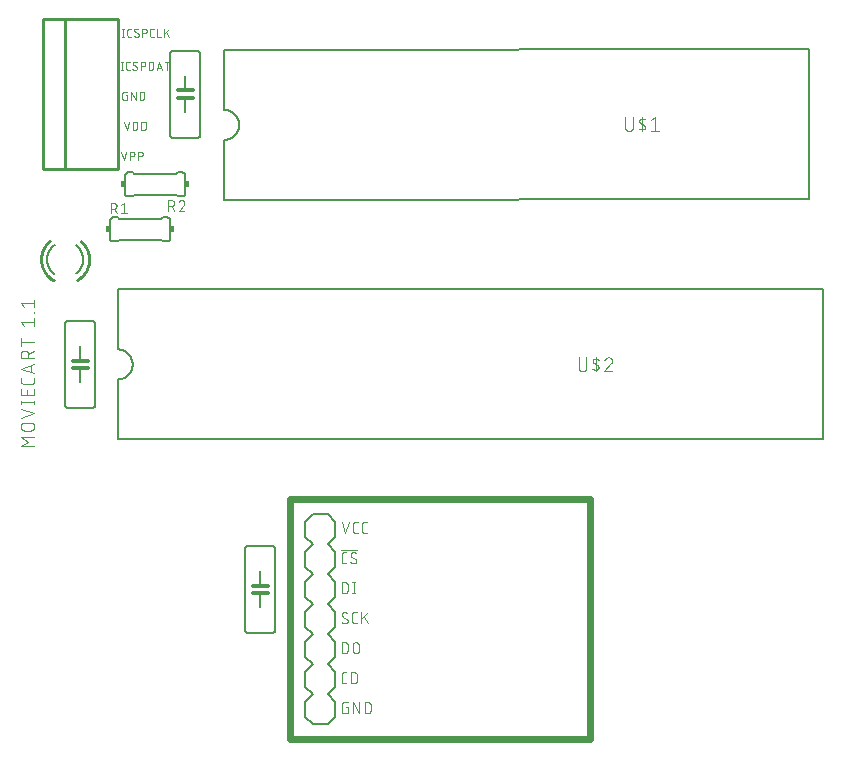
<source format=gbr>
G04 EAGLE Gerber X2 export*
%TF.Part,Single*%
%TF.FileFunction,Legend,Top,1*%
%TF.FilePolarity,Positive*%
%TF.GenerationSoftware,Autodesk,EAGLE,8.7.1*%
%TF.CreationDate,2021-04-04T20:08:03Z*%
G75*
%MOMM*%
%FSLAX34Y34*%
%LPD*%
%AMOC8*
5,1,8,0,0,1.08239X$1,22.5*%
G01*
%ADD10C,0.101600*%
%ADD11C,0.050800*%
%ADD12C,0.127000*%
%ADD13C,0.203200*%
%ADD14C,0.609600*%
%ADD15C,0.076200*%
%ADD16C,0.152400*%
%ADD17C,0.254000*%
%ADD18C,0.304800*%
%ADD19R,0.381000X0.508000*%


D10*
X37592Y438658D02*
X25908Y438658D01*
X32399Y442553D01*
X25908Y446447D01*
X37592Y446447D01*
X34346Y451880D02*
X29154Y451880D01*
X29041Y451882D01*
X28928Y451888D01*
X28815Y451898D01*
X28702Y451912D01*
X28590Y451929D01*
X28479Y451951D01*
X28369Y451976D01*
X28259Y452006D01*
X28151Y452039D01*
X28044Y452076D01*
X27938Y452116D01*
X27834Y452161D01*
X27731Y452209D01*
X27630Y452260D01*
X27531Y452315D01*
X27434Y452373D01*
X27339Y452435D01*
X27246Y452500D01*
X27156Y452568D01*
X27068Y452639D01*
X26982Y452714D01*
X26899Y452791D01*
X26819Y452871D01*
X26742Y452954D01*
X26667Y453040D01*
X26596Y453128D01*
X26528Y453218D01*
X26463Y453311D01*
X26401Y453406D01*
X26343Y453503D01*
X26288Y453602D01*
X26237Y453703D01*
X26189Y453806D01*
X26144Y453910D01*
X26104Y454016D01*
X26067Y454123D01*
X26034Y454231D01*
X26004Y454341D01*
X25979Y454451D01*
X25957Y454562D01*
X25940Y454674D01*
X25926Y454787D01*
X25916Y454900D01*
X25910Y455013D01*
X25908Y455126D01*
X25910Y455239D01*
X25916Y455352D01*
X25926Y455465D01*
X25940Y455578D01*
X25957Y455690D01*
X25979Y455801D01*
X26004Y455911D01*
X26034Y456021D01*
X26067Y456129D01*
X26104Y456236D01*
X26144Y456342D01*
X26189Y456446D01*
X26237Y456549D01*
X26288Y456650D01*
X26343Y456749D01*
X26401Y456846D01*
X26463Y456941D01*
X26528Y457034D01*
X26596Y457124D01*
X26667Y457212D01*
X26742Y457298D01*
X26819Y457381D01*
X26899Y457461D01*
X26982Y457538D01*
X27068Y457613D01*
X27156Y457684D01*
X27246Y457752D01*
X27339Y457817D01*
X27434Y457879D01*
X27531Y457937D01*
X27630Y457992D01*
X27731Y458043D01*
X27834Y458091D01*
X27938Y458136D01*
X28044Y458176D01*
X28151Y458213D01*
X28259Y458246D01*
X28369Y458276D01*
X28479Y458301D01*
X28590Y458323D01*
X28702Y458340D01*
X28815Y458354D01*
X28928Y458364D01*
X29041Y458370D01*
X29154Y458372D01*
X29154Y458371D02*
X34346Y458371D01*
X34346Y458372D02*
X34459Y458370D01*
X34572Y458364D01*
X34685Y458354D01*
X34798Y458340D01*
X34910Y458323D01*
X35021Y458301D01*
X35131Y458276D01*
X35241Y458246D01*
X35349Y458213D01*
X35456Y458176D01*
X35562Y458136D01*
X35666Y458091D01*
X35769Y458043D01*
X35870Y457992D01*
X35969Y457937D01*
X36066Y457879D01*
X36161Y457817D01*
X36254Y457752D01*
X36344Y457684D01*
X36432Y457613D01*
X36518Y457538D01*
X36601Y457461D01*
X36681Y457381D01*
X36758Y457298D01*
X36833Y457212D01*
X36904Y457124D01*
X36972Y457034D01*
X37037Y456941D01*
X37099Y456846D01*
X37157Y456749D01*
X37212Y456650D01*
X37263Y456549D01*
X37311Y456446D01*
X37356Y456342D01*
X37396Y456236D01*
X37433Y456129D01*
X37466Y456021D01*
X37496Y455911D01*
X37521Y455801D01*
X37543Y455690D01*
X37560Y455578D01*
X37574Y455465D01*
X37584Y455352D01*
X37590Y455239D01*
X37592Y455126D01*
X37590Y455013D01*
X37584Y454900D01*
X37574Y454787D01*
X37560Y454674D01*
X37543Y454562D01*
X37521Y454451D01*
X37496Y454341D01*
X37466Y454231D01*
X37433Y454123D01*
X37396Y454016D01*
X37356Y453910D01*
X37311Y453806D01*
X37263Y453703D01*
X37212Y453602D01*
X37157Y453503D01*
X37099Y453406D01*
X37037Y453311D01*
X36972Y453218D01*
X36904Y453128D01*
X36833Y453040D01*
X36758Y452954D01*
X36681Y452871D01*
X36601Y452791D01*
X36518Y452714D01*
X36432Y452639D01*
X36344Y452568D01*
X36254Y452500D01*
X36161Y452435D01*
X36066Y452373D01*
X35969Y452315D01*
X35870Y452260D01*
X35769Y452209D01*
X35666Y452161D01*
X35562Y452116D01*
X35456Y452076D01*
X35349Y452039D01*
X35241Y452006D01*
X35131Y451976D01*
X35021Y451951D01*
X34910Y451929D01*
X34798Y451912D01*
X34685Y451898D01*
X34572Y451888D01*
X34459Y451882D01*
X34346Y451880D01*
X25908Y462661D02*
X37592Y466556D01*
X25908Y470450D01*
X25908Y475700D02*
X37592Y475700D01*
X37592Y476998D02*
X37592Y474401D01*
X25908Y474401D02*
X25908Y476998D01*
X37592Y482002D02*
X37592Y487195D01*
X37592Y482002D02*
X25908Y482002D01*
X25908Y487195D01*
X31101Y485896D02*
X31101Y482002D01*
X37592Y494067D02*
X37592Y496664D01*
X37592Y494067D02*
X37590Y493968D01*
X37584Y493868D01*
X37575Y493769D01*
X37562Y493671D01*
X37545Y493573D01*
X37524Y493475D01*
X37499Y493379D01*
X37471Y493284D01*
X37439Y493190D01*
X37404Y493097D01*
X37365Y493005D01*
X37322Y492915D01*
X37277Y492827D01*
X37227Y492740D01*
X37175Y492656D01*
X37119Y492573D01*
X37061Y492493D01*
X36999Y492415D01*
X36934Y492340D01*
X36866Y492267D01*
X36796Y492197D01*
X36723Y492129D01*
X36648Y492064D01*
X36570Y492002D01*
X36490Y491944D01*
X36407Y491888D01*
X36323Y491836D01*
X36236Y491786D01*
X36148Y491741D01*
X36058Y491698D01*
X35966Y491659D01*
X35873Y491624D01*
X35779Y491592D01*
X35684Y491564D01*
X35588Y491539D01*
X35490Y491518D01*
X35392Y491501D01*
X35294Y491488D01*
X35195Y491479D01*
X35095Y491473D01*
X34996Y491471D01*
X28504Y491471D01*
X28504Y491470D02*
X28405Y491472D01*
X28305Y491478D01*
X28206Y491487D01*
X28108Y491500D01*
X28010Y491518D01*
X27912Y491538D01*
X27816Y491563D01*
X27720Y491591D01*
X27626Y491623D01*
X27533Y491658D01*
X27442Y491697D01*
X27352Y491740D01*
X27263Y491785D01*
X27177Y491835D01*
X27092Y491887D01*
X27010Y491943D01*
X26930Y492002D01*
X26852Y492063D01*
X26776Y492128D01*
X26703Y492196D01*
X26633Y492266D01*
X26565Y492339D01*
X26500Y492415D01*
X26439Y492493D01*
X26380Y492573D01*
X26324Y492655D01*
X26272Y492740D01*
X26223Y492826D01*
X26177Y492915D01*
X26134Y493005D01*
X26095Y493096D01*
X26060Y493189D01*
X26028Y493283D01*
X26000Y493379D01*
X25975Y493475D01*
X25955Y493573D01*
X25937Y493671D01*
X25924Y493769D01*
X25915Y493868D01*
X25909Y493967D01*
X25907Y494067D01*
X25908Y494067D02*
X25908Y496664D01*
X25908Y504275D02*
X37592Y500380D01*
X37592Y508169D02*
X25908Y504275D01*
X34671Y507196D02*
X34671Y501354D01*
X37592Y512914D02*
X25908Y512914D01*
X25908Y516159D01*
X25910Y516272D01*
X25916Y516385D01*
X25926Y516498D01*
X25940Y516611D01*
X25957Y516723D01*
X25979Y516834D01*
X26004Y516944D01*
X26034Y517054D01*
X26067Y517162D01*
X26104Y517269D01*
X26144Y517375D01*
X26189Y517479D01*
X26237Y517582D01*
X26288Y517683D01*
X26343Y517782D01*
X26401Y517879D01*
X26463Y517974D01*
X26528Y518067D01*
X26596Y518157D01*
X26667Y518245D01*
X26742Y518331D01*
X26819Y518414D01*
X26899Y518494D01*
X26982Y518571D01*
X27068Y518646D01*
X27156Y518717D01*
X27246Y518785D01*
X27339Y518850D01*
X27434Y518912D01*
X27531Y518970D01*
X27630Y519025D01*
X27731Y519076D01*
X27834Y519124D01*
X27938Y519169D01*
X28044Y519209D01*
X28151Y519246D01*
X28259Y519279D01*
X28369Y519309D01*
X28479Y519334D01*
X28590Y519356D01*
X28702Y519373D01*
X28815Y519387D01*
X28928Y519397D01*
X29041Y519403D01*
X29154Y519405D01*
X29267Y519403D01*
X29380Y519397D01*
X29493Y519387D01*
X29606Y519373D01*
X29718Y519356D01*
X29829Y519334D01*
X29939Y519309D01*
X30049Y519279D01*
X30157Y519246D01*
X30264Y519209D01*
X30370Y519169D01*
X30474Y519124D01*
X30577Y519076D01*
X30678Y519025D01*
X30777Y518970D01*
X30874Y518912D01*
X30969Y518850D01*
X31062Y518785D01*
X31152Y518717D01*
X31240Y518646D01*
X31326Y518571D01*
X31409Y518494D01*
X31489Y518414D01*
X31566Y518331D01*
X31641Y518245D01*
X31712Y518157D01*
X31780Y518067D01*
X31845Y517974D01*
X31907Y517879D01*
X31965Y517782D01*
X32020Y517683D01*
X32071Y517582D01*
X32119Y517479D01*
X32164Y517375D01*
X32204Y517269D01*
X32241Y517162D01*
X32274Y517054D01*
X32304Y516944D01*
X32329Y516834D01*
X32351Y516723D01*
X32368Y516611D01*
X32382Y516498D01*
X32392Y516385D01*
X32398Y516272D01*
X32400Y516159D01*
X32399Y516159D02*
X32399Y512914D01*
X32399Y516808D02*
X37592Y519405D01*
X37592Y526754D02*
X25908Y526754D01*
X25908Y529999D02*
X25908Y523508D01*
X28504Y540272D02*
X25908Y543518D01*
X37592Y543518D01*
X37592Y546763D02*
X37592Y540272D01*
X37592Y551194D02*
X36943Y551194D01*
X36943Y551843D01*
X37592Y551843D01*
X37592Y551194D01*
X28504Y556274D02*
X25908Y559519D01*
X37592Y559519D01*
X37592Y556274D02*
X37592Y562765D01*
D11*
X112804Y785114D02*
X112804Y792226D01*
X112014Y785114D02*
X113594Y785114D01*
X113594Y792226D02*
X112014Y792226D01*
X117877Y785114D02*
X119458Y785114D01*
X117877Y785114D02*
X117799Y785116D01*
X117722Y785122D01*
X117645Y785131D01*
X117569Y785144D01*
X117493Y785161D01*
X117418Y785182D01*
X117345Y785206D01*
X117272Y785234D01*
X117201Y785266D01*
X117132Y785301D01*
X117065Y785339D01*
X116999Y785380D01*
X116936Y785425D01*
X116875Y785473D01*
X116816Y785523D01*
X116760Y785577D01*
X116706Y785633D01*
X116656Y785692D01*
X116608Y785753D01*
X116563Y785816D01*
X116522Y785882D01*
X116484Y785949D01*
X116449Y786018D01*
X116417Y786089D01*
X116389Y786162D01*
X116365Y786235D01*
X116344Y786310D01*
X116327Y786386D01*
X116314Y786462D01*
X116305Y786539D01*
X116299Y786616D01*
X116297Y786694D01*
X116297Y790646D01*
X116299Y790724D01*
X116305Y790801D01*
X116314Y790878D01*
X116327Y790954D01*
X116344Y791030D01*
X116365Y791105D01*
X116389Y791178D01*
X116417Y791251D01*
X116449Y791322D01*
X116484Y791391D01*
X116522Y791458D01*
X116563Y791524D01*
X116608Y791587D01*
X116656Y791648D01*
X116706Y791707D01*
X116760Y791763D01*
X116816Y791817D01*
X116875Y791867D01*
X116936Y791915D01*
X116999Y791960D01*
X117065Y792001D01*
X117132Y792039D01*
X117201Y792074D01*
X117272Y792106D01*
X117345Y792134D01*
X117418Y792158D01*
X117493Y792179D01*
X117569Y792196D01*
X117645Y792209D01*
X117722Y792218D01*
X117799Y792224D01*
X117877Y792226D01*
X119458Y792226D01*
X125752Y786694D02*
X125750Y786616D01*
X125744Y786539D01*
X125735Y786462D01*
X125722Y786386D01*
X125705Y786310D01*
X125684Y786235D01*
X125660Y786162D01*
X125632Y786089D01*
X125600Y786018D01*
X125565Y785949D01*
X125527Y785882D01*
X125486Y785816D01*
X125441Y785753D01*
X125393Y785692D01*
X125343Y785633D01*
X125289Y785577D01*
X125233Y785523D01*
X125174Y785473D01*
X125113Y785425D01*
X125050Y785380D01*
X124984Y785339D01*
X124917Y785301D01*
X124848Y785266D01*
X124777Y785234D01*
X124704Y785206D01*
X124631Y785182D01*
X124556Y785161D01*
X124480Y785144D01*
X124404Y785131D01*
X124327Y785122D01*
X124250Y785116D01*
X124172Y785114D01*
X124057Y785116D01*
X123943Y785122D01*
X123829Y785132D01*
X123715Y785145D01*
X123602Y785163D01*
X123489Y785185D01*
X123377Y785210D01*
X123267Y785239D01*
X123157Y785272D01*
X123048Y785309D01*
X122941Y785349D01*
X122835Y785393D01*
X122731Y785441D01*
X122628Y785492D01*
X122528Y785547D01*
X122429Y785605D01*
X122332Y785667D01*
X122238Y785731D01*
X122145Y785799D01*
X122055Y785871D01*
X121968Y785945D01*
X121883Y786022D01*
X121801Y786102D01*
X121999Y790646D02*
X122001Y790724D01*
X122007Y790801D01*
X122016Y790878D01*
X122029Y790954D01*
X122046Y791030D01*
X122067Y791105D01*
X122091Y791178D01*
X122119Y791251D01*
X122151Y791322D01*
X122186Y791391D01*
X122224Y791458D01*
X122265Y791524D01*
X122310Y791587D01*
X122358Y791648D01*
X122408Y791707D01*
X122462Y791763D01*
X122518Y791817D01*
X122577Y791867D01*
X122638Y791915D01*
X122701Y791960D01*
X122767Y792001D01*
X122834Y792039D01*
X122903Y792074D01*
X122974Y792106D01*
X123047Y792134D01*
X123120Y792158D01*
X123195Y792179D01*
X123271Y792196D01*
X123347Y792209D01*
X123424Y792218D01*
X123502Y792224D01*
X123579Y792226D01*
X123685Y792224D01*
X123791Y792218D01*
X123896Y792209D01*
X124001Y792196D01*
X124106Y792179D01*
X124210Y792158D01*
X124313Y792134D01*
X124415Y792106D01*
X124516Y792074D01*
X124616Y792039D01*
X124714Y792000D01*
X124812Y791957D01*
X124907Y791912D01*
X125001Y791863D01*
X125093Y791810D01*
X125183Y791754D01*
X125271Y791695D01*
X125357Y791633D01*
X122789Y789263D02*
X122722Y789305D01*
X122657Y789350D01*
X122594Y789399D01*
X122533Y789450D01*
X122476Y789505D01*
X122421Y789562D01*
X122368Y789622D01*
X122319Y789684D01*
X122273Y789749D01*
X122231Y789815D01*
X122191Y789884D01*
X122155Y789955D01*
X122123Y790028D01*
X122094Y790102D01*
X122069Y790177D01*
X122048Y790253D01*
X122030Y790331D01*
X122017Y790409D01*
X122007Y790488D01*
X122001Y790567D01*
X121999Y790646D01*
X124962Y788077D02*
X125029Y788035D01*
X125094Y787990D01*
X125157Y787941D01*
X125218Y787890D01*
X125275Y787835D01*
X125330Y787778D01*
X125383Y787718D01*
X125432Y787656D01*
X125478Y787591D01*
X125520Y787525D01*
X125560Y787456D01*
X125596Y787385D01*
X125628Y787312D01*
X125657Y787238D01*
X125682Y787163D01*
X125703Y787087D01*
X125721Y787009D01*
X125734Y786931D01*
X125744Y786852D01*
X125750Y786773D01*
X125752Y786694D01*
X124962Y788077D02*
X122789Y789263D01*
X128753Y792226D02*
X128753Y785114D01*
X128753Y792226D02*
X130728Y792226D01*
X130815Y792224D01*
X130903Y792218D01*
X130990Y792209D01*
X131076Y792195D01*
X131162Y792178D01*
X131246Y792157D01*
X131330Y792132D01*
X131413Y792103D01*
X131494Y792071D01*
X131574Y792036D01*
X131652Y791997D01*
X131729Y791954D01*
X131803Y791908D01*
X131875Y791859D01*
X131945Y791807D01*
X132013Y791751D01*
X132078Y791693D01*
X132141Y791632D01*
X132200Y791568D01*
X132257Y791501D01*
X132311Y791433D01*
X132362Y791361D01*
X132409Y791288D01*
X132454Y791213D01*
X132495Y791135D01*
X132532Y791056D01*
X132566Y790976D01*
X132596Y790894D01*
X132623Y790811D01*
X132646Y790726D01*
X132665Y790641D01*
X132680Y790555D01*
X132692Y790468D01*
X132700Y790381D01*
X132704Y790294D01*
X132704Y790206D01*
X132700Y790119D01*
X132692Y790032D01*
X132680Y789945D01*
X132665Y789859D01*
X132646Y789774D01*
X132623Y789689D01*
X132596Y789606D01*
X132566Y789524D01*
X132532Y789444D01*
X132495Y789365D01*
X132454Y789287D01*
X132409Y789212D01*
X132362Y789139D01*
X132311Y789067D01*
X132257Y788999D01*
X132200Y788932D01*
X132141Y788868D01*
X132078Y788807D01*
X132013Y788749D01*
X131945Y788693D01*
X131875Y788641D01*
X131803Y788592D01*
X131729Y788546D01*
X131652Y788503D01*
X131574Y788464D01*
X131494Y788429D01*
X131413Y788397D01*
X131330Y788368D01*
X131246Y788343D01*
X131162Y788322D01*
X131076Y788305D01*
X130990Y788291D01*
X130903Y788282D01*
X130815Y788276D01*
X130728Y788274D01*
X130728Y788275D02*
X128753Y788275D01*
X136851Y785114D02*
X138431Y785114D01*
X136851Y785114D02*
X136773Y785116D01*
X136696Y785122D01*
X136619Y785131D01*
X136543Y785144D01*
X136467Y785161D01*
X136392Y785182D01*
X136319Y785206D01*
X136246Y785234D01*
X136175Y785266D01*
X136106Y785301D01*
X136039Y785339D01*
X135973Y785380D01*
X135910Y785425D01*
X135849Y785473D01*
X135790Y785523D01*
X135734Y785577D01*
X135680Y785633D01*
X135630Y785692D01*
X135582Y785753D01*
X135537Y785816D01*
X135496Y785882D01*
X135458Y785949D01*
X135423Y786018D01*
X135391Y786089D01*
X135363Y786162D01*
X135339Y786235D01*
X135318Y786310D01*
X135301Y786386D01*
X135288Y786462D01*
X135279Y786539D01*
X135273Y786616D01*
X135271Y786694D01*
X135271Y790646D01*
X135273Y790724D01*
X135279Y790801D01*
X135288Y790878D01*
X135301Y790954D01*
X135318Y791030D01*
X135339Y791105D01*
X135363Y791178D01*
X135391Y791251D01*
X135423Y791322D01*
X135458Y791391D01*
X135496Y791458D01*
X135537Y791524D01*
X135582Y791587D01*
X135630Y791648D01*
X135680Y791707D01*
X135734Y791763D01*
X135790Y791817D01*
X135849Y791867D01*
X135910Y791915D01*
X135973Y791960D01*
X136039Y792001D01*
X136106Y792039D01*
X136175Y792074D01*
X136246Y792106D01*
X136319Y792134D01*
X136392Y792158D01*
X136467Y792179D01*
X136543Y792196D01*
X136619Y792209D01*
X136696Y792218D01*
X136773Y792224D01*
X136851Y792226D01*
X138431Y792226D01*
X141245Y792226D02*
X141245Y785114D01*
X144406Y785114D01*
X147269Y785114D02*
X147269Y792226D01*
X151220Y792226D02*
X147269Y787880D01*
X148849Y789460D02*
X151220Y785114D01*
X111534Y764286D02*
X111534Y757174D01*
X110744Y757174D02*
X112324Y757174D01*
X112324Y764286D02*
X110744Y764286D01*
X116607Y757174D02*
X118188Y757174D01*
X116607Y757174D02*
X116529Y757176D01*
X116452Y757182D01*
X116375Y757191D01*
X116299Y757204D01*
X116223Y757221D01*
X116148Y757242D01*
X116075Y757266D01*
X116002Y757294D01*
X115931Y757326D01*
X115862Y757361D01*
X115795Y757399D01*
X115729Y757440D01*
X115666Y757485D01*
X115605Y757533D01*
X115546Y757583D01*
X115490Y757637D01*
X115436Y757693D01*
X115386Y757752D01*
X115338Y757813D01*
X115293Y757876D01*
X115252Y757942D01*
X115214Y758009D01*
X115179Y758078D01*
X115147Y758149D01*
X115119Y758222D01*
X115095Y758295D01*
X115074Y758370D01*
X115057Y758446D01*
X115044Y758522D01*
X115035Y758599D01*
X115029Y758676D01*
X115027Y758754D01*
X115027Y762706D01*
X115029Y762784D01*
X115035Y762861D01*
X115044Y762938D01*
X115057Y763014D01*
X115074Y763090D01*
X115095Y763165D01*
X115119Y763238D01*
X115147Y763311D01*
X115179Y763382D01*
X115214Y763451D01*
X115252Y763518D01*
X115293Y763584D01*
X115338Y763647D01*
X115386Y763708D01*
X115436Y763767D01*
X115490Y763823D01*
X115546Y763877D01*
X115605Y763927D01*
X115666Y763975D01*
X115729Y764020D01*
X115795Y764061D01*
X115862Y764099D01*
X115931Y764134D01*
X116002Y764166D01*
X116075Y764194D01*
X116148Y764218D01*
X116223Y764239D01*
X116299Y764256D01*
X116375Y764269D01*
X116452Y764278D01*
X116529Y764284D01*
X116607Y764286D01*
X118188Y764286D01*
X124482Y758754D02*
X124480Y758676D01*
X124474Y758599D01*
X124465Y758522D01*
X124452Y758446D01*
X124435Y758370D01*
X124414Y758295D01*
X124390Y758222D01*
X124362Y758149D01*
X124330Y758078D01*
X124295Y758009D01*
X124257Y757942D01*
X124216Y757876D01*
X124171Y757813D01*
X124123Y757752D01*
X124073Y757693D01*
X124019Y757637D01*
X123963Y757583D01*
X123904Y757533D01*
X123843Y757485D01*
X123780Y757440D01*
X123714Y757399D01*
X123647Y757361D01*
X123578Y757326D01*
X123507Y757294D01*
X123434Y757266D01*
X123361Y757242D01*
X123286Y757221D01*
X123210Y757204D01*
X123134Y757191D01*
X123057Y757182D01*
X122980Y757176D01*
X122902Y757174D01*
X122787Y757176D01*
X122673Y757182D01*
X122559Y757192D01*
X122445Y757205D01*
X122332Y757223D01*
X122219Y757245D01*
X122107Y757270D01*
X121997Y757299D01*
X121887Y757332D01*
X121778Y757369D01*
X121671Y757409D01*
X121565Y757453D01*
X121461Y757501D01*
X121358Y757552D01*
X121258Y757607D01*
X121159Y757665D01*
X121062Y757727D01*
X120968Y757791D01*
X120875Y757859D01*
X120785Y757931D01*
X120698Y758005D01*
X120613Y758082D01*
X120531Y758162D01*
X120729Y762706D02*
X120731Y762784D01*
X120737Y762861D01*
X120746Y762938D01*
X120759Y763014D01*
X120776Y763090D01*
X120797Y763165D01*
X120821Y763238D01*
X120849Y763311D01*
X120881Y763382D01*
X120916Y763451D01*
X120954Y763518D01*
X120995Y763584D01*
X121040Y763647D01*
X121088Y763708D01*
X121138Y763767D01*
X121192Y763823D01*
X121248Y763877D01*
X121307Y763927D01*
X121368Y763975D01*
X121431Y764020D01*
X121497Y764061D01*
X121564Y764099D01*
X121633Y764134D01*
X121704Y764166D01*
X121777Y764194D01*
X121850Y764218D01*
X121925Y764239D01*
X122001Y764256D01*
X122077Y764269D01*
X122154Y764278D01*
X122232Y764284D01*
X122309Y764286D01*
X122415Y764284D01*
X122521Y764278D01*
X122626Y764269D01*
X122731Y764256D01*
X122836Y764239D01*
X122940Y764218D01*
X123043Y764194D01*
X123145Y764166D01*
X123246Y764134D01*
X123346Y764099D01*
X123444Y764060D01*
X123542Y764017D01*
X123637Y763972D01*
X123731Y763923D01*
X123823Y763870D01*
X123913Y763814D01*
X124001Y763755D01*
X124087Y763693D01*
X121519Y761323D02*
X121452Y761365D01*
X121387Y761410D01*
X121324Y761459D01*
X121263Y761510D01*
X121206Y761565D01*
X121151Y761622D01*
X121098Y761682D01*
X121049Y761744D01*
X121003Y761809D01*
X120961Y761875D01*
X120921Y761944D01*
X120885Y762015D01*
X120853Y762088D01*
X120824Y762162D01*
X120799Y762237D01*
X120778Y762313D01*
X120760Y762391D01*
X120747Y762469D01*
X120737Y762548D01*
X120731Y762627D01*
X120729Y762706D01*
X123692Y760137D02*
X123759Y760095D01*
X123824Y760050D01*
X123887Y760001D01*
X123948Y759950D01*
X124005Y759895D01*
X124060Y759838D01*
X124113Y759778D01*
X124162Y759716D01*
X124208Y759651D01*
X124250Y759585D01*
X124290Y759516D01*
X124326Y759445D01*
X124358Y759372D01*
X124387Y759298D01*
X124412Y759223D01*
X124433Y759147D01*
X124451Y759069D01*
X124464Y758991D01*
X124474Y758912D01*
X124480Y758833D01*
X124482Y758754D01*
X123692Y760137D02*
X121519Y761323D01*
X127483Y764286D02*
X127483Y757174D01*
X127483Y764286D02*
X129458Y764286D01*
X129545Y764284D01*
X129633Y764278D01*
X129720Y764269D01*
X129806Y764255D01*
X129892Y764238D01*
X129976Y764217D01*
X130060Y764192D01*
X130143Y764163D01*
X130224Y764131D01*
X130304Y764096D01*
X130382Y764057D01*
X130459Y764014D01*
X130533Y763968D01*
X130605Y763919D01*
X130675Y763867D01*
X130743Y763811D01*
X130808Y763753D01*
X130871Y763692D01*
X130930Y763628D01*
X130987Y763561D01*
X131041Y763493D01*
X131092Y763421D01*
X131139Y763348D01*
X131184Y763273D01*
X131225Y763195D01*
X131262Y763116D01*
X131296Y763036D01*
X131326Y762954D01*
X131353Y762871D01*
X131376Y762786D01*
X131395Y762701D01*
X131410Y762615D01*
X131422Y762528D01*
X131430Y762441D01*
X131434Y762354D01*
X131434Y762266D01*
X131430Y762179D01*
X131422Y762092D01*
X131410Y762005D01*
X131395Y761919D01*
X131376Y761834D01*
X131353Y761749D01*
X131326Y761666D01*
X131296Y761584D01*
X131262Y761504D01*
X131225Y761425D01*
X131184Y761347D01*
X131139Y761272D01*
X131092Y761199D01*
X131041Y761127D01*
X130987Y761059D01*
X130930Y760992D01*
X130871Y760928D01*
X130808Y760867D01*
X130743Y760809D01*
X130675Y760753D01*
X130605Y760701D01*
X130533Y760652D01*
X130459Y760606D01*
X130382Y760563D01*
X130304Y760524D01*
X130224Y760489D01*
X130143Y760457D01*
X130060Y760428D01*
X129976Y760403D01*
X129892Y760382D01*
X129806Y760365D01*
X129720Y760351D01*
X129633Y760342D01*
X129545Y760336D01*
X129458Y760334D01*
X129458Y760335D02*
X127483Y760335D01*
X134247Y757174D02*
X134247Y764286D01*
X136223Y764286D01*
X136309Y764284D01*
X136395Y764278D01*
X136481Y764269D01*
X136566Y764256D01*
X136651Y764239D01*
X136734Y764219D01*
X136817Y764195D01*
X136899Y764167D01*
X136979Y764136D01*
X137058Y764101D01*
X137135Y764063D01*
X137211Y764021D01*
X137285Y763977D01*
X137356Y763929D01*
X137426Y763878D01*
X137493Y763824D01*
X137558Y763767D01*
X137620Y763707D01*
X137680Y763645D01*
X137737Y763580D01*
X137791Y763513D01*
X137842Y763443D01*
X137890Y763372D01*
X137934Y763298D01*
X137976Y763222D01*
X138014Y763145D01*
X138049Y763066D01*
X138080Y762986D01*
X138108Y762904D01*
X138132Y762821D01*
X138152Y762738D01*
X138169Y762653D01*
X138182Y762568D01*
X138191Y762482D01*
X138197Y762396D01*
X138199Y762310D01*
X138198Y762310D02*
X138198Y759150D01*
X138199Y759150D02*
X138197Y759064D01*
X138191Y758978D01*
X138182Y758892D01*
X138169Y758807D01*
X138152Y758722D01*
X138132Y758639D01*
X138108Y758556D01*
X138080Y758474D01*
X138049Y758394D01*
X138014Y758315D01*
X137976Y758238D01*
X137934Y758162D01*
X137890Y758088D01*
X137842Y758017D01*
X137791Y757947D01*
X137737Y757880D01*
X137680Y757815D01*
X137620Y757753D01*
X137558Y757693D01*
X137493Y757636D01*
X137426Y757582D01*
X137356Y757531D01*
X137285Y757483D01*
X137211Y757439D01*
X137135Y757397D01*
X137058Y757359D01*
X136979Y757324D01*
X136899Y757293D01*
X136817Y757265D01*
X136734Y757241D01*
X136651Y757221D01*
X136566Y757204D01*
X136481Y757191D01*
X136395Y757182D01*
X136309Y757176D01*
X136223Y757174D01*
X134247Y757174D01*
X140939Y757174D02*
X143309Y764286D01*
X145680Y757174D01*
X145087Y758952D02*
X141531Y758952D01*
X149710Y757174D02*
X149710Y764286D01*
X147735Y764286D02*
X151686Y764286D01*
X115965Y735725D02*
X114780Y735725D01*
X115965Y735725D02*
X115965Y731774D01*
X113594Y731774D01*
X113516Y731776D01*
X113439Y731782D01*
X113362Y731791D01*
X113286Y731804D01*
X113210Y731821D01*
X113135Y731842D01*
X113062Y731866D01*
X112989Y731894D01*
X112918Y731926D01*
X112849Y731961D01*
X112782Y731999D01*
X112716Y732040D01*
X112653Y732085D01*
X112592Y732133D01*
X112533Y732183D01*
X112477Y732237D01*
X112423Y732293D01*
X112373Y732352D01*
X112325Y732413D01*
X112280Y732476D01*
X112239Y732542D01*
X112201Y732609D01*
X112166Y732678D01*
X112134Y732749D01*
X112106Y732822D01*
X112082Y732895D01*
X112061Y732970D01*
X112044Y733046D01*
X112031Y733122D01*
X112022Y733199D01*
X112016Y733276D01*
X112014Y733354D01*
X112014Y737306D01*
X112016Y737384D01*
X112022Y737461D01*
X112031Y737538D01*
X112044Y737614D01*
X112061Y737690D01*
X112082Y737765D01*
X112106Y737838D01*
X112134Y737911D01*
X112166Y737982D01*
X112201Y738051D01*
X112239Y738118D01*
X112280Y738184D01*
X112325Y738247D01*
X112373Y738308D01*
X112423Y738367D01*
X112477Y738423D01*
X112533Y738477D01*
X112592Y738527D01*
X112653Y738575D01*
X112716Y738620D01*
X112782Y738661D01*
X112849Y738699D01*
X112918Y738734D01*
X112989Y738766D01*
X113062Y738794D01*
X113135Y738818D01*
X113210Y738839D01*
X113286Y738856D01*
X113362Y738869D01*
X113439Y738878D01*
X113516Y738884D01*
X113594Y738886D01*
X115965Y738886D01*
X119329Y738886D02*
X119329Y731774D01*
X123280Y731774D02*
X119329Y738886D01*
X123280Y738886D02*
X123280Y731774D01*
X126644Y731774D02*
X126644Y738886D01*
X128620Y738886D01*
X128706Y738884D01*
X128792Y738878D01*
X128878Y738869D01*
X128963Y738856D01*
X129048Y738839D01*
X129131Y738819D01*
X129214Y738795D01*
X129296Y738767D01*
X129376Y738736D01*
X129455Y738701D01*
X129532Y738663D01*
X129608Y738621D01*
X129682Y738577D01*
X129753Y738529D01*
X129823Y738478D01*
X129890Y738424D01*
X129955Y738367D01*
X130017Y738307D01*
X130077Y738245D01*
X130134Y738180D01*
X130188Y738113D01*
X130239Y738043D01*
X130287Y737972D01*
X130331Y737898D01*
X130373Y737822D01*
X130411Y737745D01*
X130446Y737666D01*
X130477Y737586D01*
X130505Y737504D01*
X130529Y737421D01*
X130549Y737338D01*
X130566Y737253D01*
X130579Y737168D01*
X130588Y737082D01*
X130594Y736996D01*
X130596Y736910D01*
X130595Y736910D02*
X130595Y733750D01*
X130596Y733750D02*
X130594Y733664D01*
X130588Y733578D01*
X130579Y733492D01*
X130566Y733407D01*
X130549Y733322D01*
X130529Y733239D01*
X130505Y733156D01*
X130477Y733074D01*
X130446Y732994D01*
X130411Y732915D01*
X130373Y732838D01*
X130331Y732762D01*
X130287Y732688D01*
X130239Y732617D01*
X130188Y732547D01*
X130134Y732480D01*
X130077Y732415D01*
X130017Y732353D01*
X129955Y732293D01*
X129890Y732236D01*
X129823Y732182D01*
X129753Y732131D01*
X129682Y732083D01*
X129608Y732039D01*
X129532Y731997D01*
X129455Y731959D01*
X129376Y731924D01*
X129296Y731893D01*
X129214Y731865D01*
X129131Y731841D01*
X129048Y731821D01*
X128963Y731804D01*
X128878Y731791D01*
X128792Y731782D01*
X128706Y731776D01*
X128620Y731774D01*
X126644Y731774D01*
X113284Y713486D02*
X115655Y706374D01*
X118025Y713486D01*
X120766Y713486D02*
X120766Y706374D01*
X120766Y713486D02*
X122741Y713486D01*
X122827Y713484D01*
X122913Y713478D01*
X122999Y713469D01*
X123084Y713456D01*
X123169Y713439D01*
X123252Y713419D01*
X123335Y713395D01*
X123417Y713367D01*
X123497Y713336D01*
X123576Y713301D01*
X123653Y713263D01*
X123729Y713221D01*
X123803Y713177D01*
X123874Y713129D01*
X123944Y713078D01*
X124011Y713024D01*
X124076Y712967D01*
X124138Y712907D01*
X124198Y712845D01*
X124255Y712780D01*
X124309Y712713D01*
X124360Y712643D01*
X124408Y712572D01*
X124452Y712498D01*
X124494Y712422D01*
X124532Y712345D01*
X124567Y712266D01*
X124598Y712186D01*
X124626Y712104D01*
X124650Y712021D01*
X124670Y711938D01*
X124687Y711853D01*
X124700Y711768D01*
X124709Y711682D01*
X124715Y711596D01*
X124717Y711510D01*
X124717Y708350D01*
X124715Y708264D01*
X124709Y708178D01*
X124700Y708092D01*
X124687Y708007D01*
X124670Y707922D01*
X124650Y707839D01*
X124626Y707756D01*
X124598Y707674D01*
X124567Y707594D01*
X124532Y707515D01*
X124494Y707438D01*
X124452Y707362D01*
X124408Y707288D01*
X124360Y707217D01*
X124309Y707147D01*
X124255Y707080D01*
X124198Y707015D01*
X124138Y706953D01*
X124076Y706893D01*
X124011Y706836D01*
X123944Y706782D01*
X123874Y706731D01*
X123803Y706683D01*
X123729Y706639D01*
X123653Y706597D01*
X123576Y706559D01*
X123497Y706524D01*
X123417Y706493D01*
X123335Y706465D01*
X123252Y706441D01*
X123169Y706421D01*
X123084Y706404D01*
X122999Y706391D01*
X122913Y706382D01*
X122827Y706376D01*
X122741Y706374D01*
X120766Y706374D01*
X128081Y706374D02*
X128081Y713486D01*
X130056Y713486D01*
X130142Y713484D01*
X130228Y713478D01*
X130314Y713469D01*
X130399Y713456D01*
X130484Y713439D01*
X130567Y713419D01*
X130650Y713395D01*
X130732Y713367D01*
X130812Y713336D01*
X130891Y713301D01*
X130968Y713263D01*
X131044Y713221D01*
X131118Y713177D01*
X131189Y713129D01*
X131259Y713078D01*
X131326Y713024D01*
X131391Y712967D01*
X131453Y712907D01*
X131513Y712845D01*
X131570Y712780D01*
X131624Y712713D01*
X131675Y712643D01*
X131723Y712572D01*
X131767Y712498D01*
X131809Y712422D01*
X131847Y712345D01*
X131882Y712266D01*
X131913Y712186D01*
X131941Y712104D01*
X131965Y712021D01*
X131985Y711938D01*
X132002Y711853D01*
X132015Y711768D01*
X132024Y711682D01*
X132030Y711596D01*
X132032Y711510D01*
X132032Y708350D01*
X132030Y708264D01*
X132024Y708178D01*
X132015Y708092D01*
X132002Y708007D01*
X131985Y707922D01*
X131965Y707839D01*
X131941Y707756D01*
X131913Y707674D01*
X131882Y707594D01*
X131847Y707515D01*
X131809Y707438D01*
X131767Y707362D01*
X131723Y707288D01*
X131675Y707217D01*
X131624Y707147D01*
X131570Y707080D01*
X131513Y707015D01*
X131453Y706953D01*
X131391Y706893D01*
X131326Y706836D01*
X131259Y706782D01*
X131189Y706731D01*
X131118Y706683D01*
X131044Y706639D01*
X130968Y706597D01*
X130891Y706559D01*
X130812Y706524D01*
X130732Y706493D01*
X130650Y706465D01*
X130567Y706441D01*
X130484Y706421D01*
X130399Y706404D01*
X130314Y706391D01*
X130228Y706382D01*
X130142Y706376D01*
X130056Y706374D01*
X128081Y706374D01*
X110744Y688086D02*
X113115Y680974D01*
X115485Y688086D01*
X118319Y688086D02*
X118319Y680974D01*
X118319Y688086D02*
X120294Y688086D01*
X120381Y688084D01*
X120469Y688078D01*
X120556Y688069D01*
X120642Y688055D01*
X120728Y688038D01*
X120812Y688017D01*
X120896Y687992D01*
X120979Y687963D01*
X121060Y687931D01*
X121140Y687896D01*
X121218Y687857D01*
X121295Y687814D01*
X121369Y687768D01*
X121441Y687719D01*
X121511Y687667D01*
X121579Y687611D01*
X121644Y687553D01*
X121707Y687492D01*
X121766Y687428D01*
X121823Y687361D01*
X121877Y687293D01*
X121928Y687221D01*
X121975Y687148D01*
X122020Y687073D01*
X122061Y686995D01*
X122098Y686916D01*
X122132Y686836D01*
X122162Y686754D01*
X122189Y686671D01*
X122212Y686586D01*
X122231Y686501D01*
X122246Y686415D01*
X122258Y686328D01*
X122266Y686241D01*
X122270Y686154D01*
X122270Y686066D01*
X122266Y685979D01*
X122258Y685892D01*
X122246Y685805D01*
X122231Y685719D01*
X122212Y685634D01*
X122189Y685549D01*
X122162Y685466D01*
X122132Y685384D01*
X122098Y685304D01*
X122061Y685225D01*
X122020Y685147D01*
X121975Y685072D01*
X121928Y684999D01*
X121877Y684927D01*
X121823Y684859D01*
X121766Y684792D01*
X121707Y684728D01*
X121644Y684667D01*
X121579Y684609D01*
X121511Y684553D01*
X121441Y684501D01*
X121369Y684452D01*
X121295Y684406D01*
X121218Y684363D01*
X121140Y684324D01*
X121060Y684289D01*
X120979Y684257D01*
X120896Y684228D01*
X120812Y684203D01*
X120728Y684182D01*
X120642Y684165D01*
X120556Y684151D01*
X120469Y684142D01*
X120381Y684136D01*
X120294Y684134D01*
X120294Y684135D02*
X118319Y684135D01*
X125177Y680974D02*
X125177Y688086D01*
X127152Y688086D01*
X127239Y688084D01*
X127327Y688078D01*
X127414Y688069D01*
X127500Y688055D01*
X127586Y688038D01*
X127670Y688017D01*
X127754Y687992D01*
X127837Y687963D01*
X127918Y687931D01*
X127998Y687896D01*
X128076Y687857D01*
X128153Y687814D01*
X128227Y687768D01*
X128299Y687719D01*
X128369Y687667D01*
X128437Y687611D01*
X128502Y687553D01*
X128565Y687492D01*
X128624Y687428D01*
X128681Y687361D01*
X128735Y687293D01*
X128786Y687221D01*
X128833Y687148D01*
X128878Y687073D01*
X128919Y686995D01*
X128956Y686916D01*
X128990Y686836D01*
X129020Y686754D01*
X129047Y686671D01*
X129070Y686586D01*
X129089Y686501D01*
X129104Y686415D01*
X129116Y686328D01*
X129124Y686241D01*
X129128Y686154D01*
X129128Y686066D01*
X129124Y685979D01*
X129116Y685892D01*
X129104Y685805D01*
X129089Y685719D01*
X129070Y685634D01*
X129047Y685549D01*
X129020Y685466D01*
X128990Y685384D01*
X128956Y685304D01*
X128919Y685225D01*
X128878Y685147D01*
X128833Y685072D01*
X128786Y684999D01*
X128735Y684927D01*
X128681Y684859D01*
X128624Y684792D01*
X128565Y684728D01*
X128502Y684667D01*
X128437Y684609D01*
X128369Y684553D01*
X128299Y684501D01*
X128227Y684452D01*
X128153Y684406D01*
X128076Y684363D01*
X127998Y684324D01*
X127918Y684289D01*
X127837Y684257D01*
X127754Y684228D01*
X127670Y684203D01*
X127586Y684182D01*
X127500Y684165D01*
X127414Y684151D01*
X127327Y684142D01*
X127239Y684136D01*
X127152Y684134D01*
X127152Y684135D02*
X125177Y684135D01*
D12*
X198231Y647268D02*
X693530Y648132D01*
X693309Y775132D01*
X198010Y774268D01*
X198098Y723468D01*
X198410Y723465D01*
X198721Y723454D01*
X199032Y723435D01*
X199343Y723409D01*
X199653Y723375D01*
X199962Y723334D01*
X200269Y723285D01*
X200576Y723228D01*
X200881Y723164D01*
X201184Y723093D01*
X201486Y723014D01*
X201785Y722928D01*
X202083Y722834D01*
X202378Y722733D01*
X202670Y722625D01*
X202960Y722510D01*
X203246Y722387D01*
X203530Y722258D01*
X203810Y722122D01*
X204087Y721979D01*
X204361Y721829D01*
X204630Y721673D01*
X204896Y721509D01*
X205157Y721340D01*
X205415Y721164D01*
X205668Y720982D01*
X205916Y720794D01*
X206160Y720599D01*
X206399Y720399D01*
X206632Y720193D01*
X206861Y719981D01*
X207085Y719764D01*
X207303Y719541D01*
X207515Y719313D01*
X207722Y719080D01*
X207923Y718842D01*
X208118Y718599D01*
X208308Y718351D01*
X208491Y718099D01*
X208667Y717842D01*
X208838Y717581D01*
X209002Y717316D01*
X209159Y717047D01*
X209310Y716774D01*
X209454Y716498D01*
X209591Y716218D01*
X209721Y715935D01*
X209845Y715649D01*
X209961Y715359D01*
X210070Y715067D01*
X210172Y714773D01*
X210267Y714476D01*
X210354Y714177D01*
X210434Y713875D01*
X210507Y713572D01*
X210572Y713267D01*
X210629Y712961D01*
X210679Y712653D01*
X210722Y712345D01*
X210757Y712035D01*
X210784Y711724D01*
X210804Y711413D01*
X210816Y711102D01*
X210820Y710790D01*
X210817Y710483D01*
X210806Y710177D01*
X210788Y709870D01*
X210763Y709564D01*
X210730Y709259D01*
X210690Y708955D01*
X210642Y708652D01*
X210588Y708350D01*
X210526Y708049D01*
X210456Y707750D01*
X210380Y707453D01*
X210296Y707158D01*
X210205Y706865D01*
X210107Y706574D01*
X210003Y706285D01*
X209891Y705999D01*
X209772Y705716D01*
X209647Y705436D01*
X209514Y705159D01*
X209376Y704886D01*
X209230Y704615D01*
X209078Y704349D01*
X208920Y704086D01*
X208755Y703827D01*
X208584Y703572D01*
X208408Y703321D01*
X208225Y703075D01*
X208036Y702833D01*
X207841Y702595D01*
X207641Y702363D01*
X207435Y702135D01*
X207224Y701913D01*
X207007Y701695D01*
X206785Y701483D01*
X206558Y701277D01*
X206326Y701075D01*
X206090Y700880D01*
X205849Y700690D01*
X205603Y700507D01*
X205353Y700329D01*
X205098Y700157D01*
X204840Y699991D01*
X204577Y699832D01*
X204311Y699679D01*
X204042Y699533D01*
X203768Y699393D01*
X203492Y699260D01*
X203212Y699134D01*
X202930Y699014D01*
X202644Y698901D01*
X202356Y698795D01*
X202066Y698696D01*
X201773Y698605D01*
X201478Y698520D01*
X201181Y698442D01*
X200882Y698372D01*
X200582Y698309D01*
X200280Y698253D01*
X199977Y698204D01*
X199673Y698163D01*
X199368Y698129D01*
X199062Y698103D01*
X198756Y698084D01*
X198449Y698072D01*
X198142Y698068D01*
X198143Y698068D02*
X198231Y647268D01*
D10*
X537708Y708764D02*
X537694Y717202D01*
X537708Y708764D02*
X537710Y708651D01*
X537716Y708538D01*
X537726Y708425D01*
X537740Y708313D01*
X537758Y708201D01*
X537780Y708090D01*
X537806Y707979D01*
X537835Y707870D01*
X537869Y707762D01*
X537906Y707654D01*
X537946Y707549D01*
X537991Y707445D01*
X538039Y707342D01*
X538091Y707241D01*
X538146Y707142D01*
X538204Y707045D01*
X538266Y706950D01*
X538331Y706857D01*
X538400Y706767D01*
X538471Y706679D01*
X538546Y706594D01*
X538623Y706511D01*
X538703Y706431D01*
X538786Y706354D01*
X538872Y706280D01*
X538960Y706209D01*
X539051Y706141D01*
X539144Y706076D01*
X539239Y706014D01*
X539336Y705956D01*
X539435Y705901D01*
X539536Y705850D01*
X539639Y705802D01*
X539743Y705758D01*
X539849Y705718D01*
X539956Y705681D01*
X540065Y705648D01*
X540174Y705619D01*
X540285Y705594D01*
X540396Y705572D01*
X540508Y705555D01*
X540620Y705541D01*
X540733Y705532D01*
X540846Y705526D01*
X540960Y705524D01*
X541073Y705526D01*
X541186Y705532D01*
X541299Y705542D01*
X541411Y705556D01*
X541523Y705574D01*
X541634Y705596D01*
X541745Y705622D01*
X541854Y705651D01*
X541962Y705685D01*
X542070Y705722D01*
X542175Y705762D01*
X542279Y705807D01*
X542382Y705855D01*
X542483Y705907D01*
X542582Y705962D01*
X542679Y706020D01*
X542774Y706082D01*
X542867Y706147D01*
X542957Y706216D01*
X543045Y706287D01*
X543130Y706362D01*
X543213Y706439D01*
X543293Y706519D01*
X543370Y706602D01*
X543444Y706688D01*
X543515Y706776D01*
X543583Y706867D01*
X543648Y706960D01*
X543710Y707055D01*
X543768Y707152D01*
X543823Y707251D01*
X543874Y707352D01*
X543922Y707455D01*
X543966Y707559D01*
X544006Y707665D01*
X544043Y707772D01*
X544076Y707881D01*
X544105Y707990D01*
X544130Y708101D01*
X544152Y708212D01*
X544169Y708324D01*
X544183Y708436D01*
X544192Y708549D01*
X544198Y708662D01*
X544200Y708776D01*
X544199Y708775D02*
X544185Y717214D01*
X551988Y717227D02*
X552008Y705543D01*
X551998Y711385D02*
X550374Y712356D01*
X550373Y712357D02*
X550300Y712403D01*
X550228Y712452D01*
X550159Y712505D01*
X550092Y712561D01*
X550028Y712619D01*
X549967Y712681D01*
X549908Y712745D01*
X549852Y712812D01*
X549800Y712881D01*
X549750Y712952D01*
X549704Y713026D01*
X549661Y713101D01*
X549622Y713179D01*
X549586Y713258D01*
X549553Y713338D01*
X549524Y713420D01*
X549499Y713504D01*
X549478Y713588D01*
X549460Y713673D01*
X549447Y713759D01*
X549437Y713845D01*
X549431Y713932D01*
X549429Y714019D01*
X549431Y714106D01*
X549437Y714192D01*
X549446Y714279D01*
X549460Y714365D01*
X549477Y714450D01*
X549498Y714534D01*
X549523Y714617D01*
X549552Y714699D01*
X549584Y714780D01*
X549620Y714859D01*
X549659Y714937D01*
X549702Y715012D01*
X549748Y715086D01*
X549797Y715158D01*
X549850Y715227D01*
X549905Y715294D01*
X549964Y715358D01*
X550025Y715420D01*
X550089Y715478D01*
X550156Y715534D01*
X550225Y715587D01*
X550296Y715637D01*
X550369Y715683D01*
X550445Y715726D01*
X550522Y715766D01*
X550601Y715802D01*
X550682Y715834D01*
X550764Y715863D01*
X550847Y715889D01*
X550931Y715910D01*
X551016Y715928D01*
X551017Y715927D02*
X551157Y715951D01*
X551299Y715971D01*
X551440Y715987D01*
X551582Y715999D01*
X551725Y716007D01*
X551867Y716011D01*
X552010Y716012D01*
X552153Y716008D01*
X552295Y716000D01*
X552437Y715989D01*
X552579Y715973D01*
X552720Y715954D01*
X552861Y715931D01*
X553001Y715903D01*
X553140Y715872D01*
X553278Y715837D01*
X553416Y715799D01*
X553552Y715756D01*
X553687Y715710D01*
X553820Y715660D01*
X553952Y715606D01*
X554083Y715549D01*
X554212Y715488D01*
X554339Y715423D01*
X554464Y715355D01*
X554588Y715284D01*
X551998Y711385D02*
X553623Y710414D01*
X553696Y710368D01*
X553768Y710319D01*
X553837Y710266D01*
X553904Y710210D01*
X553968Y710152D01*
X554029Y710090D01*
X554088Y710026D01*
X554144Y709959D01*
X554196Y709890D01*
X554246Y709819D01*
X554292Y709745D01*
X554335Y709670D01*
X554374Y709592D01*
X554410Y709513D01*
X554443Y709433D01*
X554472Y709351D01*
X554497Y709267D01*
X554518Y709183D01*
X554536Y709098D01*
X554549Y709012D01*
X554559Y708926D01*
X554565Y708839D01*
X554567Y708752D01*
X554565Y708665D01*
X554559Y708579D01*
X554550Y708492D01*
X554536Y708406D01*
X554519Y708321D01*
X554498Y708237D01*
X554473Y708154D01*
X554444Y708072D01*
X554412Y707991D01*
X554376Y707912D01*
X554337Y707834D01*
X554294Y707759D01*
X554248Y707685D01*
X554199Y707613D01*
X554146Y707544D01*
X554091Y707477D01*
X554032Y707413D01*
X553971Y707351D01*
X553907Y707293D01*
X553840Y707237D01*
X553771Y707184D01*
X553700Y707134D01*
X553627Y707088D01*
X553551Y707045D01*
X553474Y707005D01*
X553395Y706969D01*
X553314Y706937D01*
X553232Y706908D01*
X553149Y706882D01*
X553065Y706861D01*
X552980Y706843D01*
X552980Y706842D02*
X552840Y706818D01*
X552698Y706798D01*
X552557Y706782D01*
X552415Y706770D01*
X552272Y706762D01*
X552130Y706758D01*
X551987Y706757D01*
X551844Y706761D01*
X551702Y706769D01*
X551560Y706780D01*
X551418Y706796D01*
X551277Y706815D01*
X551136Y706838D01*
X550996Y706866D01*
X550857Y706897D01*
X550718Y706932D01*
X550581Y706970D01*
X550445Y707013D01*
X550310Y707059D01*
X550176Y707109D01*
X550044Y707163D01*
X549914Y707220D01*
X549785Y707281D01*
X549658Y707346D01*
X549532Y707414D01*
X549409Y707485D01*
X559415Y714644D02*
X562656Y717246D01*
X562676Y705562D01*
X559431Y705556D02*
X565922Y705568D01*
D12*
X704850Y444500D02*
X107950Y444500D01*
X704850Y444500D02*
X704850Y571500D01*
X107950Y571500D01*
X107950Y520700D01*
X108257Y520696D01*
X108564Y520685D01*
X108870Y520667D01*
X109176Y520641D01*
X109481Y520607D01*
X109785Y520567D01*
X110088Y520519D01*
X110390Y520463D01*
X110690Y520401D01*
X110989Y520331D01*
X111286Y520254D01*
X111582Y520170D01*
X111875Y520078D01*
X112165Y519980D01*
X112453Y519875D01*
X112739Y519762D01*
X113022Y519643D01*
X113302Y519517D01*
X113579Y519385D01*
X113852Y519245D01*
X114122Y519099D01*
X114388Y518947D01*
X114651Y518788D01*
X114910Y518623D01*
X115164Y518452D01*
X115415Y518275D01*
X115661Y518091D01*
X115903Y517902D01*
X116139Y517707D01*
X116372Y517506D01*
X116599Y517300D01*
X116821Y517088D01*
X117038Y516871D01*
X117250Y516649D01*
X117456Y516422D01*
X117657Y516189D01*
X117852Y515953D01*
X118041Y515711D01*
X118225Y515465D01*
X118402Y515214D01*
X118573Y514960D01*
X118738Y514701D01*
X118897Y514438D01*
X119049Y514172D01*
X119195Y513902D01*
X119335Y513629D01*
X119467Y513352D01*
X119593Y513072D01*
X119712Y512789D01*
X119825Y512503D01*
X119930Y512215D01*
X120028Y511925D01*
X120120Y511632D01*
X120204Y511336D01*
X120281Y511039D01*
X120351Y510740D01*
X120413Y510440D01*
X120469Y510138D01*
X120517Y509835D01*
X120557Y509531D01*
X120591Y509226D01*
X120617Y508920D01*
X120635Y508614D01*
X120646Y508307D01*
X120650Y508000D01*
X120646Y507693D01*
X120635Y507386D01*
X120617Y507080D01*
X120591Y506774D01*
X120557Y506469D01*
X120517Y506165D01*
X120469Y505862D01*
X120413Y505560D01*
X120351Y505260D01*
X120281Y504961D01*
X120204Y504664D01*
X120120Y504368D01*
X120028Y504075D01*
X119930Y503785D01*
X119825Y503497D01*
X119712Y503211D01*
X119593Y502928D01*
X119467Y502648D01*
X119335Y502371D01*
X119195Y502098D01*
X119049Y501828D01*
X118897Y501562D01*
X118738Y501299D01*
X118573Y501040D01*
X118402Y500786D01*
X118225Y500535D01*
X118041Y500289D01*
X117852Y500047D01*
X117657Y499811D01*
X117456Y499578D01*
X117250Y499351D01*
X117038Y499129D01*
X116821Y498912D01*
X116599Y498700D01*
X116372Y498494D01*
X116139Y498293D01*
X115903Y498098D01*
X115661Y497909D01*
X115415Y497725D01*
X115164Y497548D01*
X114910Y497377D01*
X114651Y497212D01*
X114388Y497053D01*
X114122Y496901D01*
X113852Y496755D01*
X113579Y496615D01*
X113302Y496483D01*
X113022Y496357D01*
X112739Y496238D01*
X112453Y496125D01*
X112165Y496020D01*
X111875Y495922D01*
X111582Y495830D01*
X111286Y495746D01*
X110989Y495669D01*
X110690Y495599D01*
X110390Y495537D01*
X110088Y495481D01*
X109785Y495433D01*
X109481Y495393D01*
X109176Y495359D01*
X108870Y495333D01*
X108564Y495315D01*
X108257Y495304D01*
X107950Y495300D01*
X107950Y444500D01*
D10*
X498334Y505404D02*
X498334Y513842D01*
X498333Y505404D02*
X498335Y505291D01*
X498341Y505178D01*
X498351Y505065D01*
X498365Y504952D01*
X498382Y504840D01*
X498404Y504729D01*
X498429Y504619D01*
X498459Y504509D01*
X498492Y504401D01*
X498529Y504294D01*
X498569Y504188D01*
X498614Y504084D01*
X498662Y503981D01*
X498713Y503880D01*
X498768Y503781D01*
X498826Y503684D01*
X498888Y503589D01*
X498953Y503496D01*
X499021Y503406D01*
X499092Y503318D01*
X499167Y503232D01*
X499244Y503149D01*
X499324Y503069D01*
X499407Y502992D01*
X499493Y502917D01*
X499581Y502846D01*
X499671Y502778D01*
X499764Y502713D01*
X499859Y502651D01*
X499956Y502593D01*
X500055Y502538D01*
X500156Y502487D01*
X500259Y502439D01*
X500363Y502394D01*
X500469Y502354D01*
X500576Y502317D01*
X500684Y502284D01*
X500794Y502254D01*
X500904Y502229D01*
X501015Y502207D01*
X501127Y502190D01*
X501240Y502176D01*
X501353Y502166D01*
X501466Y502160D01*
X501579Y502158D01*
X501692Y502160D01*
X501805Y502166D01*
X501918Y502176D01*
X502031Y502190D01*
X502143Y502207D01*
X502254Y502229D01*
X502364Y502254D01*
X502474Y502284D01*
X502582Y502317D01*
X502689Y502354D01*
X502795Y502394D01*
X502899Y502439D01*
X503002Y502487D01*
X503103Y502538D01*
X503202Y502593D01*
X503299Y502651D01*
X503394Y502713D01*
X503487Y502778D01*
X503577Y502846D01*
X503665Y502917D01*
X503751Y502992D01*
X503834Y503069D01*
X503914Y503149D01*
X503991Y503232D01*
X504066Y503318D01*
X504137Y503406D01*
X504205Y503496D01*
X504270Y503589D01*
X504332Y503684D01*
X504390Y503781D01*
X504445Y503880D01*
X504496Y503981D01*
X504544Y504084D01*
X504589Y504188D01*
X504629Y504294D01*
X504666Y504401D01*
X504699Y504509D01*
X504729Y504619D01*
X504754Y504729D01*
X504776Y504840D01*
X504793Y504952D01*
X504807Y505065D01*
X504817Y505178D01*
X504823Y505291D01*
X504825Y505404D01*
X504825Y513842D01*
X512628Y513842D02*
X512628Y502158D01*
X512628Y508000D02*
X511006Y508974D01*
X511005Y508973D02*
X510932Y509020D01*
X510861Y509069D01*
X510791Y509122D01*
X510725Y509178D01*
X510661Y509237D01*
X510599Y509298D01*
X510541Y509362D01*
X510485Y509429D01*
X510433Y509498D01*
X510383Y509570D01*
X510337Y509644D01*
X510294Y509719D01*
X510255Y509797D01*
X510219Y509876D01*
X510187Y509957D01*
X510158Y510039D01*
X510133Y510122D01*
X510112Y510206D01*
X510095Y510291D01*
X510081Y510377D01*
X510072Y510463D01*
X510066Y510550D01*
X510064Y510637D01*
X510066Y510724D01*
X510072Y510811D01*
X510082Y510897D01*
X510095Y510983D01*
X510113Y511068D01*
X510134Y511152D01*
X510159Y511235D01*
X510188Y511318D01*
X510220Y511398D01*
X510256Y511477D01*
X510295Y511555D01*
X510338Y511630D01*
X510385Y511704D01*
X510434Y511775D01*
X510487Y511845D01*
X510542Y511911D01*
X510601Y511975D01*
X510662Y512037D01*
X510727Y512096D01*
X510793Y512151D01*
X510862Y512204D01*
X510934Y512254D01*
X511007Y512300D01*
X511083Y512343D01*
X511160Y512382D01*
X511239Y512418D01*
X511320Y512451D01*
X511402Y512479D01*
X511485Y512505D01*
X511569Y512526D01*
X511655Y512543D01*
X511655Y512544D02*
X511795Y512568D01*
X511937Y512588D01*
X512078Y512604D01*
X512220Y512615D01*
X512363Y512623D01*
X512505Y512627D01*
X512648Y512628D01*
X512791Y512624D01*
X512933Y512616D01*
X513075Y512604D01*
X513217Y512588D01*
X513358Y512569D01*
X513499Y512545D01*
X513639Y512518D01*
X513778Y512486D01*
X513916Y512451D01*
X514054Y512412D01*
X514190Y512369D01*
X514324Y512323D01*
X514458Y512272D01*
X514590Y512219D01*
X514720Y512161D01*
X514849Y512100D01*
X514976Y512035D01*
X515102Y511967D01*
X515225Y511895D01*
X512628Y508000D02*
X514251Y507026D01*
X514252Y507027D02*
X514325Y506980D01*
X514396Y506931D01*
X514466Y506878D01*
X514532Y506822D01*
X514596Y506763D01*
X514658Y506702D01*
X514716Y506638D01*
X514772Y506571D01*
X514824Y506502D01*
X514874Y506430D01*
X514920Y506356D01*
X514963Y506281D01*
X515002Y506203D01*
X515038Y506124D01*
X515070Y506043D01*
X515099Y505961D01*
X515124Y505878D01*
X515145Y505794D01*
X515162Y505709D01*
X515176Y505623D01*
X515185Y505537D01*
X515191Y505450D01*
X515193Y505363D01*
X515191Y505276D01*
X515185Y505189D01*
X515175Y505103D01*
X515162Y505017D01*
X515144Y504932D01*
X515123Y504848D01*
X515098Y504765D01*
X515069Y504682D01*
X515037Y504602D01*
X515001Y504523D01*
X514962Y504445D01*
X514919Y504370D01*
X514872Y504296D01*
X514823Y504225D01*
X514770Y504155D01*
X514715Y504089D01*
X514656Y504025D01*
X514595Y503963D01*
X514530Y503904D01*
X514464Y503849D01*
X514395Y503796D01*
X514323Y503746D01*
X514250Y503700D01*
X514174Y503657D01*
X514097Y503618D01*
X514018Y503582D01*
X513937Y503549D01*
X513855Y503521D01*
X513772Y503495D01*
X513688Y503474D01*
X513603Y503457D01*
X513602Y503456D02*
X513462Y503432D01*
X513320Y503412D01*
X513179Y503396D01*
X513037Y503385D01*
X512894Y503377D01*
X512752Y503373D01*
X512609Y503372D01*
X512466Y503376D01*
X512324Y503384D01*
X512182Y503396D01*
X512040Y503412D01*
X511899Y503431D01*
X511758Y503455D01*
X511618Y503482D01*
X511479Y503514D01*
X511341Y503549D01*
X511203Y503588D01*
X511067Y503631D01*
X510933Y503677D01*
X510799Y503728D01*
X510667Y503781D01*
X510537Y503839D01*
X510408Y503900D01*
X510281Y503965D01*
X510155Y504033D01*
X510032Y504105D01*
X523621Y513842D02*
X523728Y513840D01*
X523834Y513834D01*
X523940Y513824D01*
X524046Y513811D01*
X524152Y513793D01*
X524256Y513772D01*
X524360Y513747D01*
X524463Y513718D01*
X524564Y513686D01*
X524664Y513649D01*
X524763Y513609D01*
X524861Y513566D01*
X524957Y513519D01*
X525051Y513468D01*
X525143Y513414D01*
X525233Y513357D01*
X525321Y513297D01*
X525406Y513233D01*
X525489Y513166D01*
X525570Y513096D01*
X525648Y513024D01*
X525724Y512948D01*
X525796Y512870D01*
X525866Y512789D01*
X525933Y512706D01*
X525997Y512621D01*
X526057Y512533D01*
X526114Y512443D01*
X526168Y512351D01*
X526219Y512257D01*
X526266Y512161D01*
X526309Y512063D01*
X526349Y511964D01*
X526386Y511864D01*
X526418Y511763D01*
X526447Y511660D01*
X526472Y511556D01*
X526493Y511452D01*
X526511Y511346D01*
X526524Y511240D01*
X526534Y511134D01*
X526540Y511028D01*
X526542Y510921D01*
X523621Y513842D02*
X523500Y513840D01*
X523379Y513834D01*
X523259Y513824D01*
X523138Y513811D01*
X523019Y513793D01*
X522899Y513772D01*
X522781Y513747D01*
X522664Y513718D01*
X522547Y513685D01*
X522432Y513649D01*
X522318Y513608D01*
X522205Y513565D01*
X522093Y513517D01*
X521984Y513466D01*
X521876Y513411D01*
X521769Y513353D01*
X521665Y513292D01*
X521563Y513227D01*
X521463Y513159D01*
X521365Y513088D01*
X521269Y513014D01*
X521176Y512937D01*
X521086Y512856D01*
X520998Y512773D01*
X520913Y512687D01*
X520830Y512598D01*
X520751Y512507D01*
X520674Y512413D01*
X520601Y512317D01*
X520531Y512219D01*
X520464Y512118D01*
X520400Y512015D01*
X520340Y511910D01*
X520283Y511803D01*
X520229Y511695D01*
X520179Y511585D01*
X520133Y511473D01*
X520090Y511360D01*
X520051Y511245D01*
X525569Y508649D02*
X525648Y508726D01*
X525724Y508807D01*
X525797Y508890D01*
X525867Y508975D01*
X525934Y509063D01*
X525998Y509153D01*
X526058Y509245D01*
X526115Y509340D01*
X526169Y509436D01*
X526220Y509534D01*
X526267Y509634D01*
X526311Y509736D01*
X526351Y509839D01*
X526387Y509943D01*
X526419Y510049D01*
X526448Y510155D01*
X526473Y510263D01*
X526495Y510371D01*
X526512Y510481D01*
X526526Y510590D01*
X526535Y510700D01*
X526541Y510811D01*
X526543Y510921D01*
X525568Y508649D02*
X520051Y502158D01*
X526542Y502158D01*
D13*
X292100Y222250D02*
X292100Y209550D01*
X285750Y203200D01*
X273050Y203200D02*
X266700Y209550D01*
X292100Y247650D02*
X285750Y254000D01*
X292100Y247650D02*
X292100Y234950D01*
X285750Y228600D01*
X273050Y228600D02*
X266700Y234950D01*
X266700Y247650D01*
X273050Y254000D01*
X285750Y228600D02*
X292100Y222250D01*
X273050Y228600D02*
X266700Y222250D01*
X266700Y209550D01*
X292100Y285750D02*
X292100Y298450D01*
X292100Y285750D02*
X285750Y279400D01*
X273050Y279400D02*
X266700Y285750D01*
X285750Y279400D02*
X292100Y273050D01*
X292100Y260350D01*
X285750Y254000D01*
X273050Y254000D02*
X266700Y260350D01*
X266700Y273050D01*
X273050Y279400D01*
X292100Y323850D02*
X285750Y330200D01*
X292100Y323850D02*
X292100Y311150D01*
X285750Y304800D01*
X273050Y304800D02*
X266700Y311150D01*
X266700Y323850D01*
X273050Y330200D01*
X285750Y304800D02*
X292100Y298450D01*
X273050Y304800D02*
X266700Y298450D01*
X266700Y285750D01*
X292100Y361950D02*
X292100Y374650D01*
X292100Y361950D02*
X285750Y355600D01*
X273050Y355600D02*
X266700Y361950D01*
X285750Y355600D02*
X292100Y349250D01*
X292100Y336550D01*
X285750Y330200D01*
X273050Y330200D02*
X266700Y336550D01*
X266700Y349250D01*
X273050Y355600D01*
X273050Y381000D02*
X285750Y381000D01*
X292100Y374650D01*
X273050Y381000D02*
X266700Y374650D01*
X266700Y361950D01*
X273050Y203200D02*
X285750Y203200D01*
D14*
X254000Y393700D02*
X508000Y393700D01*
X254000Y393700D02*
X254000Y190500D01*
X508000Y190500D01*
X508000Y393700D01*
D15*
X300694Y364871D02*
X297561Y374269D01*
X303826Y374269D02*
X300694Y364871D01*
X309290Y364871D02*
X311378Y364871D01*
X309290Y364871D02*
X309201Y364873D01*
X309113Y364879D01*
X309025Y364888D01*
X308937Y364901D01*
X308850Y364918D01*
X308764Y364938D01*
X308679Y364963D01*
X308594Y364990D01*
X308511Y365022D01*
X308430Y365056D01*
X308350Y365095D01*
X308272Y365136D01*
X308195Y365181D01*
X308121Y365229D01*
X308048Y365280D01*
X307978Y365334D01*
X307911Y365392D01*
X307845Y365452D01*
X307783Y365514D01*
X307723Y365580D01*
X307665Y365647D01*
X307611Y365717D01*
X307560Y365790D01*
X307512Y365864D01*
X307467Y365941D01*
X307426Y366019D01*
X307387Y366099D01*
X307353Y366180D01*
X307321Y366263D01*
X307294Y366348D01*
X307269Y366433D01*
X307249Y366519D01*
X307232Y366606D01*
X307219Y366694D01*
X307210Y366782D01*
X307204Y366870D01*
X307202Y366959D01*
X307201Y366959D02*
X307201Y372181D01*
X307202Y372181D02*
X307204Y372272D01*
X307210Y372363D01*
X307220Y372454D01*
X307234Y372544D01*
X307251Y372633D01*
X307273Y372721D01*
X307299Y372809D01*
X307328Y372895D01*
X307361Y372980D01*
X307398Y373063D01*
X307438Y373145D01*
X307482Y373225D01*
X307529Y373303D01*
X307580Y373379D01*
X307633Y373452D01*
X307690Y373523D01*
X307751Y373592D01*
X307814Y373657D01*
X307879Y373720D01*
X307948Y373780D01*
X308019Y373838D01*
X308092Y373891D01*
X308168Y373942D01*
X308246Y373989D01*
X308326Y374033D01*
X308408Y374073D01*
X308491Y374110D01*
X308576Y374143D01*
X308662Y374172D01*
X308750Y374198D01*
X308838Y374220D01*
X308927Y374237D01*
X309017Y374251D01*
X309108Y374261D01*
X309199Y374267D01*
X309290Y374269D01*
X311378Y374269D01*
X316910Y364871D02*
X318998Y364871D01*
X316910Y364871D02*
X316821Y364873D01*
X316733Y364879D01*
X316645Y364888D01*
X316557Y364901D01*
X316470Y364918D01*
X316384Y364938D01*
X316299Y364963D01*
X316214Y364990D01*
X316131Y365022D01*
X316050Y365056D01*
X315970Y365095D01*
X315892Y365136D01*
X315815Y365181D01*
X315741Y365229D01*
X315668Y365280D01*
X315598Y365334D01*
X315531Y365392D01*
X315465Y365452D01*
X315403Y365514D01*
X315343Y365580D01*
X315285Y365647D01*
X315231Y365717D01*
X315180Y365790D01*
X315132Y365864D01*
X315087Y365941D01*
X315046Y366019D01*
X315007Y366099D01*
X314973Y366180D01*
X314941Y366263D01*
X314914Y366348D01*
X314889Y366433D01*
X314869Y366519D01*
X314852Y366606D01*
X314839Y366694D01*
X314830Y366782D01*
X314824Y366870D01*
X314822Y366959D01*
X314821Y366959D02*
X314821Y372181D01*
X314822Y372181D02*
X314824Y372272D01*
X314830Y372363D01*
X314840Y372454D01*
X314854Y372544D01*
X314871Y372633D01*
X314893Y372721D01*
X314919Y372809D01*
X314948Y372895D01*
X314981Y372980D01*
X315018Y373063D01*
X315058Y373145D01*
X315102Y373225D01*
X315149Y373303D01*
X315200Y373379D01*
X315253Y373452D01*
X315310Y373523D01*
X315371Y373592D01*
X315434Y373657D01*
X315499Y373720D01*
X315568Y373780D01*
X315639Y373838D01*
X315712Y373891D01*
X315788Y373942D01*
X315866Y373989D01*
X315946Y374033D01*
X316028Y374073D01*
X316111Y374110D01*
X316196Y374143D01*
X316282Y374172D01*
X316370Y374198D01*
X316458Y374220D01*
X316547Y374237D01*
X316637Y374251D01*
X316728Y374261D01*
X316819Y374267D01*
X316910Y374269D01*
X318998Y374269D01*
X310504Y350393D02*
X297180Y350393D01*
X299649Y339471D02*
X301738Y339471D01*
X299649Y339471D02*
X299560Y339473D01*
X299472Y339479D01*
X299384Y339488D01*
X299296Y339501D01*
X299209Y339518D01*
X299123Y339538D01*
X299038Y339563D01*
X298953Y339590D01*
X298870Y339622D01*
X298789Y339656D01*
X298709Y339695D01*
X298631Y339736D01*
X298554Y339781D01*
X298480Y339829D01*
X298407Y339880D01*
X298337Y339934D01*
X298270Y339992D01*
X298204Y340052D01*
X298142Y340114D01*
X298082Y340180D01*
X298024Y340247D01*
X297970Y340317D01*
X297919Y340390D01*
X297871Y340464D01*
X297826Y340541D01*
X297785Y340619D01*
X297746Y340699D01*
X297712Y340780D01*
X297680Y340863D01*
X297653Y340948D01*
X297628Y341033D01*
X297608Y341119D01*
X297591Y341206D01*
X297578Y341294D01*
X297569Y341382D01*
X297563Y341470D01*
X297561Y341559D01*
X297561Y346781D01*
X297563Y346872D01*
X297569Y346963D01*
X297579Y347054D01*
X297593Y347144D01*
X297610Y347233D01*
X297632Y347321D01*
X297658Y347409D01*
X297687Y347495D01*
X297720Y347580D01*
X297757Y347663D01*
X297797Y347745D01*
X297841Y347825D01*
X297888Y347903D01*
X297939Y347979D01*
X297992Y348052D01*
X298049Y348123D01*
X298110Y348192D01*
X298173Y348257D01*
X298238Y348320D01*
X298307Y348380D01*
X298378Y348438D01*
X298451Y348491D01*
X298527Y348542D01*
X298605Y348589D01*
X298685Y348633D01*
X298767Y348673D01*
X298850Y348710D01*
X298935Y348743D01*
X299021Y348772D01*
X299109Y348798D01*
X299197Y348820D01*
X299286Y348837D01*
X299376Y348851D01*
X299467Y348861D01*
X299558Y348867D01*
X299649Y348869D01*
X301738Y348869D01*
X310123Y341559D02*
X310121Y341470D01*
X310115Y341382D01*
X310106Y341294D01*
X310093Y341206D01*
X310076Y341119D01*
X310056Y341033D01*
X310031Y340948D01*
X310004Y340863D01*
X309972Y340780D01*
X309938Y340699D01*
X309899Y340619D01*
X309858Y340541D01*
X309813Y340464D01*
X309765Y340390D01*
X309714Y340317D01*
X309660Y340247D01*
X309602Y340180D01*
X309542Y340114D01*
X309480Y340052D01*
X309414Y339992D01*
X309347Y339934D01*
X309277Y339880D01*
X309204Y339829D01*
X309130Y339781D01*
X309053Y339736D01*
X308975Y339695D01*
X308895Y339656D01*
X308814Y339622D01*
X308731Y339590D01*
X308646Y339563D01*
X308561Y339538D01*
X308475Y339518D01*
X308388Y339501D01*
X308300Y339488D01*
X308212Y339479D01*
X308124Y339473D01*
X308035Y339471D01*
X307906Y339473D01*
X307777Y339479D01*
X307648Y339488D01*
X307520Y339501D01*
X307392Y339518D01*
X307265Y339539D01*
X307138Y339563D01*
X307012Y339591D01*
X306887Y339623D01*
X306763Y339658D01*
X306640Y339697D01*
X306518Y339740D01*
X306398Y339786D01*
X306279Y339836D01*
X306161Y339889D01*
X306045Y339945D01*
X305931Y340005D01*
X305818Y340068D01*
X305708Y340135D01*
X305599Y340204D01*
X305493Y340277D01*
X305388Y340353D01*
X305286Y340432D01*
X305187Y340514D01*
X305089Y340598D01*
X304994Y340686D01*
X304902Y340776D01*
X305163Y346781D02*
X305165Y346870D01*
X305171Y346958D01*
X305180Y347046D01*
X305193Y347134D01*
X305210Y347221D01*
X305230Y347307D01*
X305255Y347392D01*
X305282Y347477D01*
X305314Y347560D01*
X305348Y347641D01*
X305387Y347721D01*
X305428Y347799D01*
X305473Y347876D01*
X305521Y347950D01*
X305572Y348023D01*
X305626Y348093D01*
X305684Y348160D01*
X305744Y348226D01*
X305806Y348288D01*
X305872Y348348D01*
X305939Y348406D01*
X306009Y348460D01*
X306082Y348511D01*
X306156Y348559D01*
X306233Y348604D01*
X306311Y348645D01*
X306391Y348684D01*
X306472Y348718D01*
X306555Y348750D01*
X306640Y348777D01*
X306725Y348802D01*
X306811Y348822D01*
X306898Y348839D01*
X306986Y348852D01*
X307074Y348861D01*
X307162Y348867D01*
X307251Y348869D01*
X307371Y348867D01*
X307491Y348862D01*
X307611Y348852D01*
X307730Y348840D01*
X307849Y348823D01*
X307967Y348803D01*
X308085Y348779D01*
X308201Y348752D01*
X308317Y348721D01*
X308432Y348687D01*
X308546Y348649D01*
X308659Y348607D01*
X308770Y348562D01*
X308880Y348514D01*
X308988Y348463D01*
X309095Y348408D01*
X309200Y348350D01*
X309303Y348288D01*
X309404Y348224D01*
X309504Y348156D01*
X309601Y348086D01*
X306207Y344954D02*
X306129Y345002D01*
X306053Y345054D01*
X305980Y345108D01*
X305909Y345166D01*
X305840Y345227D01*
X305774Y345291D01*
X305711Y345358D01*
X305651Y345427D01*
X305594Y345499D01*
X305540Y345573D01*
X305490Y345650D01*
X305442Y345729D01*
X305399Y345809D01*
X305358Y345892D01*
X305322Y345976D01*
X305289Y346061D01*
X305260Y346148D01*
X305234Y346237D01*
X305212Y346326D01*
X305195Y346416D01*
X305181Y346506D01*
X305171Y346598D01*
X305165Y346689D01*
X305163Y346781D01*
X309079Y343386D02*
X309157Y343338D01*
X309233Y343286D01*
X309306Y343232D01*
X309377Y343174D01*
X309446Y343113D01*
X309512Y343049D01*
X309575Y342982D01*
X309635Y342913D01*
X309692Y342841D01*
X309746Y342767D01*
X309796Y342690D01*
X309844Y342611D01*
X309887Y342531D01*
X309928Y342448D01*
X309964Y342364D01*
X309997Y342279D01*
X310026Y342192D01*
X310052Y342103D01*
X310074Y342014D01*
X310091Y341924D01*
X310105Y341834D01*
X310115Y341742D01*
X310121Y341651D01*
X310123Y341559D01*
X309079Y343387D02*
X306207Y344953D01*
X297561Y323469D02*
X297561Y314071D01*
X297561Y323469D02*
X300172Y323469D01*
X300272Y323467D01*
X300372Y323461D01*
X300471Y323452D01*
X300571Y323438D01*
X300669Y323421D01*
X300767Y323400D01*
X300864Y323376D01*
X300960Y323347D01*
X301055Y323315D01*
X301148Y323280D01*
X301240Y323241D01*
X301331Y323198D01*
X301419Y323152D01*
X301506Y323102D01*
X301591Y323050D01*
X301674Y322994D01*
X301755Y322935D01*
X301833Y322872D01*
X301909Y322807D01*
X301983Y322739D01*
X302053Y322669D01*
X302121Y322595D01*
X302186Y322519D01*
X302249Y322441D01*
X302308Y322360D01*
X302364Y322277D01*
X302416Y322192D01*
X302466Y322105D01*
X302512Y322017D01*
X302555Y321926D01*
X302594Y321834D01*
X302629Y321741D01*
X302661Y321646D01*
X302690Y321550D01*
X302714Y321453D01*
X302735Y321355D01*
X302752Y321257D01*
X302766Y321157D01*
X302775Y321058D01*
X302781Y320958D01*
X302783Y320858D01*
X302782Y320858D02*
X302782Y316682D01*
X302783Y316682D02*
X302781Y316582D01*
X302775Y316482D01*
X302766Y316383D01*
X302752Y316283D01*
X302735Y316185D01*
X302714Y316087D01*
X302690Y315990D01*
X302661Y315894D01*
X302629Y315799D01*
X302594Y315706D01*
X302555Y315614D01*
X302512Y315523D01*
X302466Y315435D01*
X302416Y315348D01*
X302364Y315263D01*
X302308Y315180D01*
X302249Y315099D01*
X302186Y315021D01*
X302121Y314945D01*
X302053Y314871D01*
X301983Y314801D01*
X301909Y314733D01*
X301833Y314668D01*
X301755Y314605D01*
X301674Y314546D01*
X301591Y314490D01*
X301506Y314438D01*
X301419Y314388D01*
X301331Y314342D01*
X301240Y314299D01*
X301148Y314260D01*
X301055Y314225D01*
X300960Y314193D01*
X300864Y314164D01*
X300767Y314140D01*
X300669Y314119D01*
X300571Y314102D01*
X300471Y314088D01*
X300372Y314079D01*
X300272Y314073D01*
X300172Y314071D01*
X297561Y314071D01*
X307792Y314071D02*
X307792Y323469D01*
X306747Y314071D02*
X308836Y314071D01*
X308836Y323469D02*
X306747Y323469D01*
X302782Y290759D02*
X302780Y290670D01*
X302774Y290582D01*
X302765Y290494D01*
X302752Y290406D01*
X302735Y290319D01*
X302715Y290233D01*
X302690Y290148D01*
X302663Y290063D01*
X302631Y289980D01*
X302597Y289899D01*
X302558Y289819D01*
X302517Y289741D01*
X302472Y289664D01*
X302424Y289590D01*
X302373Y289517D01*
X302319Y289447D01*
X302261Y289380D01*
X302201Y289314D01*
X302139Y289252D01*
X302073Y289192D01*
X302006Y289134D01*
X301936Y289080D01*
X301863Y289029D01*
X301789Y288981D01*
X301712Y288936D01*
X301634Y288895D01*
X301554Y288856D01*
X301473Y288822D01*
X301390Y288790D01*
X301305Y288763D01*
X301220Y288738D01*
X301134Y288718D01*
X301047Y288701D01*
X300959Y288688D01*
X300871Y288679D01*
X300783Y288673D01*
X300694Y288671D01*
X300565Y288673D01*
X300436Y288679D01*
X300307Y288688D01*
X300179Y288701D01*
X300051Y288718D01*
X299924Y288739D01*
X299797Y288763D01*
X299671Y288791D01*
X299546Y288823D01*
X299422Y288858D01*
X299299Y288897D01*
X299177Y288940D01*
X299057Y288986D01*
X298938Y289036D01*
X298820Y289089D01*
X298704Y289145D01*
X298590Y289205D01*
X298477Y289268D01*
X298367Y289335D01*
X298258Y289404D01*
X298152Y289477D01*
X298047Y289553D01*
X297945Y289632D01*
X297846Y289714D01*
X297748Y289798D01*
X297653Y289886D01*
X297561Y289976D01*
X297822Y295981D02*
X297824Y296070D01*
X297830Y296158D01*
X297839Y296246D01*
X297852Y296334D01*
X297869Y296421D01*
X297889Y296507D01*
X297914Y296592D01*
X297941Y296677D01*
X297973Y296760D01*
X298007Y296841D01*
X298046Y296921D01*
X298087Y296999D01*
X298132Y297076D01*
X298180Y297150D01*
X298231Y297223D01*
X298285Y297293D01*
X298343Y297360D01*
X298403Y297426D01*
X298465Y297488D01*
X298531Y297548D01*
X298598Y297606D01*
X298668Y297660D01*
X298741Y297711D01*
X298815Y297759D01*
X298892Y297804D01*
X298970Y297845D01*
X299050Y297884D01*
X299131Y297918D01*
X299214Y297950D01*
X299299Y297977D01*
X299384Y298002D01*
X299470Y298022D01*
X299557Y298039D01*
X299645Y298052D01*
X299733Y298061D01*
X299821Y298067D01*
X299910Y298069D01*
X300030Y298067D01*
X300150Y298062D01*
X300270Y298052D01*
X300389Y298040D01*
X300508Y298023D01*
X300626Y298003D01*
X300744Y297979D01*
X300860Y297952D01*
X300976Y297921D01*
X301091Y297887D01*
X301205Y297849D01*
X301318Y297807D01*
X301429Y297762D01*
X301539Y297714D01*
X301647Y297663D01*
X301754Y297608D01*
X301859Y297550D01*
X301962Y297488D01*
X302063Y297424D01*
X302163Y297356D01*
X302260Y297286D01*
X298866Y294154D02*
X298788Y294202D01*
X298712Y294254D01*
X298639Y294308D01*
X298568Y294366D01*
X298499Y294427D01*
X298433Y294491D01*
X298370Y294558D01*
X298310Y294627D01*
X298253Y294699D01*
X298199Y294773D01*
X298149Y294850D01*
X298101Y294929D01*
X298058Y295009D01*
X298017Y295092D01*
X297981Y295176D01*
X297948Y295261D01*
X297919Y295348D01*
X297893Y295437D01*
X297871Y295526D01*
X297854Y295616D01*
X297840Y295706D01*
X297830Y295798D01*
X297824Y295889D01*
X297822Y295981D01*
X301738Y292586D02*
X301816Y292538D01*
X301892Y292486D01*
X301965Y292432D01*
X302036Y292374D01*
X302105Y292313D01*
X302171Y292249D01*
X302234Y292182D01*
X302294Y292113D01*
X302351Y292041D01*
X302405Y291967D01*
X302455Y291890D01*
X302503Y291811D01*
X302546Y291731D01*
X302587Y291648D01*
X302623Y291564D01*
X302656Y291479D01*
X302685Y291392D01*
X302711Y291303D01*
X302733Y291214D01*
X302750Y291124D01*
X302764Y291034D01*
X302774Y290942D01*
X302780Y290851D01*
X302782Y290759D01*
X301738Y292587D02*
X298866Y294153D01*
X308463Y288671D02*
X310551Y288671D01*
X308463Y288671D02*
X308374Y288673D01*
X308286Y288679D01*
X308198Y288688D01*
X308110Y288701D01*
X308023Y288718D01*
X307937Y288738D01*
X307852Y288763D01*
X307767Y288790D01*
X307684Y288822D01*
X307603Y288856D01*
X307523Y288895D01*
X307445Y288936D01*
X307368Y288981D01*
X307294Y289029D01*
X307221Y289080D01*
X307151Y289134D01*
X307084Y289192D01*
X307018Y289252D01*
X306956Y289314D01*
X306896Y289380D01*
X306838Y289447D01*
X306784Y289517D01*
X306733Y289590D01*
X306685Y289664D01*
X306640Y289741D01*
X306599Y289819D01*
X306560Y289899D01*
X306526Y289980D01*
X306494Y290063D01*
X306467Y290148D01*
X306442Y290233D01*
X306422Y290319D01*
X306405Y290406D01*
X306392Y290494D01*
X306383Y290582D01*
X306377Y290670D01*
X306375Y290759D01*
X306374Y290759D02*
X306374Y295981D01*
X306375Y295981D02*
X306377Y296072D01*
X306383Y296163D01*
X306393Y296254D01*
X306407Y296344D01*
X306424Y296433D01*
X306446Y296521D01*
X306472Y296609D01*
X306501Y296695D01*
X306534Y296780D01*
X306571Y296863D01*
X306611Y296945D01*
X306655Y297025D01*
X306702Y297103D01*
X306753Y297179D01*
X306806Y297252D01*
X306863Y297323D01*
X306924Y297392D01*
X306987Y297457D01*
X307052Y297520D01*
X307121Y297580D01*
X307192Y297638D01*
X307265Y297691D01*
X307341Y297742D01*
X307419Y297789D01*
X307499Y297833D01*
X307581Y297873D01*
X307664Y297910D01*
X307749Y297943D01*
X307835Y297972D01*
X307923Y297998D01*
X308011Y298020D01*
X308100Y298037D01*
X308190Y298051D01*
X308281Y298061D01*
X308372Y298067D01*
X308463Y298069D01*
X310551Y298069D01*
X314456Y298069D02*
X314456Y288671D01*
X314456Y292326D02*
X319677Y298069D01*
X316545Y294414D02*
X319677Y288671D01*
X297561Y272669D02*
X297561Y263271D01*
X297561Y272669D02*
X300172Y272669D01*
X300272Y272667D01*
X300372Y272661D01*
X300471Y272652D01*
X300571Y272638D01*
X300669Y272621D01*
X300767Y272600D01*
X300864Y272576D01*
X300960Y272547D01*
X301055Y272515D01*
X301148Y272480D01*
X301240Y272441D01*
X301331Y272398D01*
X301419Y272352D01*
X301506Y272302D01*
X301591Y272250D01*
X301674Y272194D01*
X301755Y272135D01*
X301833Y272072D01*
X301909Y272007D01*
X301983Y271939D01*
X302053Y271869D01*
X302121Y271795D01*
X302186Y271719D01*
X302249Y271641D01*
X302308Y271560D01*
X302364Y271477D01*
X302416Y271392D01*
X302466Y271305D01*
X302512Y271217D01*
X302555Y271126D01*
X302594Y271034D01*
X302629Y270941D01*
X302661Y270846D01*
X302690Y270750D01*
X302714Y270653D01*
X302735Y270555D01*
X302752Y270457D01*
X302766Y270357D01*
X302775Y270258D01*
X302781Y270158D01*
X302783Y270058D01*
X302782Y270058D02*
X302782Y265882D01*
X302783Y265882D02*
X302781Y265782D01*
X302775Y265682D01*
X302766Y265583D01*
X302752Y265483D01*
X302735Y265385D01*
X302714Y265287D01*
X302690Y265190D01*
X302661Y265094D01*
X302629Y264999D01*
X302594Y264906D01*
X302555Y264814D01*
X302512Y264723D01*
X302466Y264635D01*
X302416Y264548D01*
X302364Y264463D01*
X302308Y264380D01*
X302249Y264299D01*
X302186Y264221D01*
X302121Y264145D01*
X302053Y264071D01*
X301983Y264001D01*
X301909Y263933D01*
X301833Y263868D01*
X301755Y263805D01*
X301674Y263746D01*
X301591Y263690D01*
X301506Y263638D01*
X301419Y263588D01*
X301331Y263542D01*
X301240Y263499D01*
X301148Y263460D01*
X301055Y263425D01*
X300960Y263393D01*
X300864Y263364D01*
X300767Y263340D01*
X300669Y263319D01*
X300571Y263302D01*
X300471Y263288D01*
X300372Y263279D01*
X300272Y263273D01*
X300172Y263271D01*
X297561Y263271D01*
X307010Y265882D02*
X307010Y270058D01*
X307009Y270058D02*
X307011Y270159D01*
X307017Y270260D01*
X307027Y270361D01*
X307040Y270461D01*
X307058Y270561D01*
X307079Y270660D01*
X307105Y270758D01*
X307134Y270855D01*
X307166Y270951D01*
X307203Y271045D01*
X307243Y271138D01*
X307287Y271230D01*
X307334Y271319D01*
X307385Y271407D01*
X307439Y271493D01*
X307496Y271576D01*
X307556Y271658D01*
X307620Y271736D01*
X307686Y271813D01*
X307756Y271886D01*
X307828Y271957D01*
X307903Y272025D01*
X307981Y272090D01*
X308061Y272152D01*
X308143Y272211D01*
X308228Y272267D01*
X308315Y272319D01*
X308403Y272368D01*
X308494Y272414D01*
X308586Y272455D01*
X308680Y272494D01*
X308775Y272528D01*
X308871Y272559D01*
X308969Y272586D01*
X309067Y272610D01*
X309167Y272629D01*
X309267Y272645D01*
X309367Y272657D01*
X309468Y272665D01*
X309569Y272669D01*
X309671Y272669D01*
X309772Y272665D01*
X309873Y272657D01*
X309973Y272645D01*
X310073Y272629D01*
X310173Y272610D01*
X310271Y272586D01*
X310369Y272559D01*
X310465Y272528D01*
X310560Y272494D01*
X310654Y272455D01*
X310746Y272414D01*
X310837Y272368D01*
X310926Y272319D01*
X311012Y272267D01*
X311097Y272211D01*
X311179Y272152D01*
X311259Y272090D01*
X311337Y272025D01*
X311412Y271957D01*
X311484Y271886D01*
X311554Y271813D01*
X311620Y271736D01*
X311684Y271658D01*
X311744Y271576D01*
X311801Y271493D01*
X311855Y271407D01*
X311906Y271319D01*
X311953Y271230D01*
X311997Y271138D01*
X312037Y271045D01*
X312074Y270951D01*
X312106Y270855D01*
X312135Y270758D01*
X312161Y270660D01*
X312182Y270561D01*
X312200Y270461D01*
X312213Y270361D01*
X312223Y270260D01*
X312229Y270159D01*
X312231Y270058D01*
X312231Y265882D01*
X312229Y265781D01*
X312223Y265680D01*
X312213Y265579D01*
X312200Y265479D01*
X312182Y265379D01*
X312161Y265280D01*
X312135Y265182D01*
X312106Y265085D01*
X312074Y264989D01*
X312037Y264895D01*
X311997Y264802D01*
X311953Y264710D01*
X311906Y264621D01*
X311855Y264533D01*
X311801Y264447D01*
X311744Y264364D01*
X311684Y264282D01*
X311620Y264204D01*
X311554Y264127D01*
X311484Y264054D01*
X311412Y263983D01*
X311337Y263915D01*
X311259Y263850D01*
X311179Y263788D01*
X311097Y263729D01*
X311012Y263673D01*
X310925Y263621D01*
X310837Y263572D01*
X310746Y263526D01*
X310654Y263485D01*
X310560Y263446D01*
X310465Y263412D01*
X310369Y263381D01*
X310271Y263354D01*
X310173Y263330D01*
X310073Y263311D01*
X309973Y263295D01*
X309873Y263283D01*
X309772Y263275D01*
X309671Y263271D01*
X309569Y263271D01*
X309468Y263275D01*
X309367Y263283D01*
X309267Y263295D01*
X309167Y263311D01*
X309067Y263330D01*
X308969Y263354D01*
X308871Y263381D01*
X308775Y263412D01*
X308680Y263446D01*
X308586Y263485D01*
X308494Y263526D01*
X308403Y263572D01*
X308315Y263621D01*
X308228Y263673D01*
X308143Y263729D01*
X308061Y263788D01*
X307981Y263850D01*
X307903Y263915D01*
X307828Y263983D01*
X307756Y264054D01*
X307686Y264127D01*
X307620Y264204D01*
X307556Y264282D01*
X307496Y264364D01*
X307439Y264447D01*
X307385Y264533D01*
X307334Y264621D01*
X307287Y264710D01*
X307243Y264802D01*
X307203Y264895D01*
X307166Y264989D01*
X307134Y265085D01*
X307105Y265182D01*
X307079Y265280D01*
X307058Y265379D01*
X307040Y265479D01*
X307027Y265579D01*
X307017Y265680D01*
X307011Y265781D01*
X307009Y265882D01*
X301738Y237871D02*
X299649Y237871D01*
X299560Y237873D01*
X299472Y237879D01*
X299384Y237888D01*
X299296Y237901D01*
X299209Y237918D01*
X299123Y237938D01*
X299038Y237963D01*
X298953Y237990D01*
X298870Y238022D01*
X298789Y238056D01*
X298709Y238095D01*
X298631Y238136D01*
X298554Y238181D01*
X298480Y238229D01*
X298407Y238280D01*
X298337Y238334D01*
X298270Y238392D01*
X298204Y238452D01*
X298142Y238514D01*
X298082Y238580D01*
X298024Y238647D01*
X297970Y238717D01*
X297919Y238790D01*
X297871Y238864D01*
X297826Y238941D01*
X297785Y239019D01*
X297746Y239099D01*
X297712Y239180D01*
X297680Y239263D01*
X297653Y239348D01*
X297628Y239433D01*
X297608Y239519D01*
X297591Y239606D01*
X297578Y239694D01*
X297569Y239782D01*
X297563Y239870D01*
X297561Y239959D01*
X297561Y245181D01*
X297563Y245272D01*
X297569Y245363D01*
X297579Y245454D01*
X297593Y245544D01*
X297610Y245633D01*
X297632Y245721D01*
X297658Y245809D01*
X297687Y245895D01*
X297720Y245980D01*
X297757Y246063D01*
X297797Y246145D01*
X297841Y246225D01*
X297888Y246303D01*
X297939Y246379D01*
X297992Y246452D01*
X298049Y246523D01*
X298110Y246592D01*
X298173Y246657D01*
X298238Y246720D01*
X298307Y246780D01*
X298378Y246838D01*
X298451Y246891D01*
X298527Y246942D01*
X298605Y246989D01*
X298685Y247033D01*
X298767Y247073D01*
X298850Y247110D01*
X298935Y247143D01*
X299021Y247172D01*
X299109Y247198D01*
X299197Y247220D01*
X299286Y247237D01*
X299376Y247251D01*
X299467Y247261D01*
X299558Y247267D01*
X299649Y247269D01*
X301738Y247269D01*
X305512Y247269D02*
X305512Y237871D01*
X305512Y247269D02*
X308122Y247269D01*
X308222Y247267D01*
X308322Y247261D01*
X308421Y247252D01*
X308521Y247238D01*
X308619Y247221D01*
X308717Y247200D01*
X308814Y247176D01*
X308910Y247147D01*
X309005Y247115D01*
X309098Y247080D01*
X309190Y247041D01*
X309281Y246998D01*
X309369Y246952D01*
X309456Y246902D01*
X309541Y246850D01*
X309624Y246794D01*
X309705Y246735D01*
X309783Y246672D01*
X309859Y246607D01*
X309933Y246539D01*
X310003Y246469D01*
X310071Y246395D01*
X310136Y246319D01*
X310199Y246241D01*
X310258Y246160D01*
X310314Y246077D01*
X310366Y245992D01*
X310416Y245905D01*
X310462Y245817D01*
X310505Y245726D01*
X310544Y245634D01*
X310579Y245541D01*
X310611Y245446D01*
X310640Y245350D01*
X310664Y245253D01*
X310685Y245155D01*
X310702Y245057D01*
X310716Y244957D01*
X310725Y244858D01*
X310731Y244758D01*
X310733Y244658D01*
X310733Y240482D01*
X310731Y240382D01*
X310725Y240282D01*
X310716Y240183D01*
X310702Y240083D01*
X310685Y239985D01*
X310664Y239887D01*
X310640Y239790D01*
X310611Y239694D01*
X310579Y239599D01*
X310544Y239506D01*
X310505Y239414D01*
X310462Y239323D01*
X310416Y239235D01*
X310366Y239148D01*
X310314Y239063D01*
X310258Y238980D01*
X310199Y238899D01*
X310136Y238821D01*
X310071Y238745D01*
X310003Y238671D01*
X309933Y238601D01*
X309859Y238533D01*
X309783Y238468D01*
X309705Y238405D01*
X309624Y238346D01*
X309541Y238290D01*
X309456Y238238D01*
X309369Y238188D01*
X309281Y238142D01*
X309190Y238099D01*
X309098Y238060D01*
X309005Y238025D01*
X308910Y237993D01*
X308814Y237964D01*
X308717Y237940D01*
X308619Y237919D01*
X308521Y237902D01*
X308421Y237888D01*
X308322Y237879D01*
X308222Y237873D01*
X308122Y237871D01*
X305512Y237871D01*
X302782Y217692D02*
X301216Y217692D01*
X302782Y217692D02*
X302782Y212471D01*
X299649Y212471D01*
X299560Y212473D01*
X299472Y212479D01*
X299384Y212488D01*
X299296Y212501D01*
X299209Y212518D01*
X299123Y212538D01*
X299038Y212563D01*
X298953Y212590D01*
X298870Y212622D01*
X298789Y212656D01*
X298709Y212695D01*
X298631Y212736D01*
X298554Y212781D01*
X298480Y212829D01*
X298407Y212880D01*
X298337Y212934D01*
X298270Y212992D01*
X298204Y213052D01*
X298142Y213114D01*
X298082Y213180D01*
X298024Y213247D01*
X297970Y213317D01*
X297919Y213390D01*
X297871Y213464D01*
X297826Y213541D01*
X297785Y213619D01*
X297746Y213699D01*
X297712Y213780D01*
X297680Y213863D01*
X297653Y213948D01*
X297628Y214033D01*
X297608Y214119D01*
X297591Y214206D01*
X297578Y214294D01*
X297569Y214382D01*
X297563Y214470D01*
X297561Y214559D01*
X297561Y219781D01*
X297563Y219872D01*
X297569Y219963D01*
X297579Y220054D01*
X297593Y220144D01*
X297610Y220233D01*
X297632Y220321D01*
X297658Y220409D01*
X297687Y220495D01*
X297720Y220580D01*
X297757Y220663D01*
X297797Y220745D01*
X297841Y220825D01*
X297888Y220903D01*
X297939Y220979D01*
X297992Y221052D01*
X298049Y221123D01*
X298110Y221192D01*
X298173Y221257D01*
X298238Y221320D01*
X298307Y221380D01*
X298378Y221438D01*
X298451Y221491D01*
X298527Y221542D01*
X298605Y221589D01*
X298685Y221633D01*
X298767Y221673D01*
X298850Y221710D01*
X298935Y221743D01*
X299021Y221772D01*
X299109Y221798D01*
X299197Y221820D01*
X299286Y221837D01*
X299376Y221851D01*
X299467Y221861D01*
X299558Y221867D01*
X299649Y221869D01*
X302782Y221869D01*
X307315Y221869D02*
X307315Y212471D01*
X312536Y212471D02*
X307315Y221869D01*
X312536Y221869D02*
X312536Y212471D01*
X317068Y212471D02*
X317068Y221869D01*
X319679Y221869D01*
X319779Y221867D01*
X319879Y221861D01*
X319978Y221852D01*
X320078Y221838D01*
X320176Y221821D01*
X320274Y221800D01*
X320371Y221776D01*
X320467Y221747D01*
X320562Y221715D01*
X320655Y221680D01*
X320747Y221641D01*
X320838Y221598D01*
X320926Y221552D01*
X321013Y221502D01*
X321098Y221450D01*
X321181Y221394D01*
X321262Y221335D01*
X321340Y221272D01*
X321416Y221207D01*
X321490Y221139D01*
X321560Y221069D01*
X321628Y220995D01*
X321693Y220919D01*
X321756Y220841D01*
X321815Y220760D01*
X321871Y220677D01*
X321923Y220592D01*
X321973Y220505D01*
X322019Y220417D01*
X322062Y220326D01*
X322101Y220234D01*
X322136Y220141D01*
X322168Y220046D01*
X322197Y219950D01*
X322221Y219853D01*
X322242Y219755D01*
X322259Y219657D01*
X322273Y219557D01*
X322282Y219458D01*
X322288Y219358D01*
X322290Y219258D01*
X322289Y219258D02*
X322289Y215082D01*
X322290Y215082D02*
X322288Y214982D01*
X322282Y214882D01*
X322273Y214783D01*
X322259Y214683D01*
X322242Y214585D01*
X322221Y214487D01*
X322197Y214390D01*
X322168Y214294D01*
X322136Y214199D01*
X322101Y214106D01*
X322062Y214014D01*
X322019Y213923D01*
X321973Y213835D01*
X321923Y213748D01*
X321871Y213663D01*
X321815Y213580D01*
X321756Y213499D01*
X321693Y213421D01*
X321628Y213345D01*
X321560Y213271D01*
X321490Y213201D01*
X321416Y213133D01*
X321340Y213068D01*
X321262Y213005D01*
X321181Y212946D01*
X321098Y212890D01*
X321013Y212838D01*
X320926Y212788D01*
X320838Y212742D01*
X320747Y212699D01*
X320655Y212660D01*
X320562Y212625D01*
X320467Y212593D01*
X320371Y212564D01*
X320274Y212540D01*
X320176Y212519D01*
X320078Y212502D01*
X319978Y212488D01*
X319879Y212479D01*
X319779Y212473D01*
X319679Y212471D01*
X317068Y212471D01*
D16*
X48260Y596900D02*
X48265Y597272D01*
X48278Y597643D01*
X48301Y598014D01*
X48332Y598384D01*
X48373Y598753D01*
X48423Y599121D01*
X48481Y599488D01*
X48549Y599853D01*
X48625Y600217D01*
X48710Y600578D01*
X48805Y600937D01*
X48907Y601294D01*
X49019Y601649D01*
X49139Y602000D01*
X49267Y602349D01*
X49404Y602694D01*
X49550Y603036D01*
X49703Y603374D01*
X49865Y603708D01*
X50035Y604038D01*
X50213Y604364D01*
X50399Y604686D01*
X50593Y605003D01*
X50794Y605315D01*
X51003Y605622D01*
X51219Y605924D01*
X51443Y606221D01*
X51673Y606512D01*
X51911Y606797D01*
X52156Y607077D01*
X52407Y607350D01*
X52665Y607617D01*
X52929Y607878D01*
X53200Y608133D01*
X53477Y608380D01*
X53760Y608621D01*
X54048Y608855D01*
X54342Y609082D01*
X54642Y609301D01*
X48260Y596900D02*
X48265Y596528D01*
X48278Y596157D01*
X48301Y595785D01*
X48333Y595415D01*
X48373Y595045D01*
X48423Y594677D01*
X48482Y594309D01*
X48549Y593944D01*
X48626Y593580D01*
X48712Y593218D01*
X48806Y592858D01*
X48909Y592501D01*
X49020Y592146D01*
X49141Y591794D01*
X49270Y591445D01*
X49407Y591100D01*
X49553Y590758D01*
X49707Y590419D01*
X49869Y590084D01*
X50039Y589754D01*
X50218Y589428D01*
X50404Y589106D01*
X50598Y588788D01*
X50800Y588476D01*
X51009Y588169D01*
X51226Y587867D01*
X51450Y587570D01*
X51681Y587278D01*
X51919Y586993D01*
X52165Y586713D01*
X52417Y586440D01*
X52675Y586172D01*
X52940Y585912D01*
X53211Y585657D01*
X53489Y585409D01*
X53772Y585169D01*
X54061Y584935D01*
X54356Y584708D01*
X78740Y596900D02*
X78736Y597265D01*
X78723Y597630D01*
X78701Y597994D01*
X78670Y598357D01*
X78631Y598720D01*
X78583Y599082D01*
X78526Y599442D01*
X78461Y599801D01*
X78388Y600159D01*
X78305Y600514D01*
X78215Y600867D01*
X78115Y601219D01*
X78008Y601567D01*
X77892Y601913D01*
X77768Y602256D01*
X77635Y602596D01*
X77495Y602933D01*
X77347Y603266D01*
X77190Y603596D01*
X77026Y603922D01*
X76854Y604244D01*
X76674Y604561D01*
X76487Y604874D01*
X76293Y605183D01*
X76091Y605487D01*
X75881Y605786D01*
X75665Y606080D01*
X75442Y606368D01*
X75212Y606651D01*
X74975Y606929D01*
X74732Y607201D01*
X74482Y607467D01*
X74226Y607727D01*
X73963Y607980D01*
X73695Y608228D01*
X73421Y608468D01*
X73141Y608703D01*
X72856Y608930D01*
X78740Y596900D02*
X78736Y596535D01*
X78723Y596170D01*
X78701Y595806D01*
X78670Y595443D01*
X78631Y595080D01*
X78583Y594718D01*
X78526Y594358D01*
X78461Y593999D01*
X78388Y593641D01*
X78305Y593286D01*
X78215Y592933D01*
X78115Y592581D01*
X78008Y592233D01*
X77892Y591887D01*
X77768Y591544D01*
X77635Y591204D01*
X77495Y590867D01*
X77347Y590534D01*
X77190Y590204D01*
X77026Y589878D01*
X76854Y589556D01*
X76674Y589239D01*
X76487Y588926D01*
X76293Y588617D01*
X76091Y588313D01*
X75881Y588014D01*
X75665Y587720D01*
X75442Y587432D01*
X75212Y587149D01*
X74975Y586871D01*
X74732Y586599D01*
X74482Y586333D01*
X74226Y586073D01*
X73963Y585820D01*
X73695Y585572D01*
X73421Y585332D01*
X73141Y585097D01*
X72856Y584870D01*
D17*
X43180Y596900D02*
X43186Y597394D01*
X43204Y597888D01*
X43234Y598382D01*
X43276Y598875D01*
X43330Y599366D01*
X43396Y599856D01*
X43474Y600344D01*
X43564Y600831D01*
X43665Y601315D01*
X43779Y601796D01*
X43904Y602274D01*
X44040Y602750D01*
X44188Y603221D01*
X44348Y603689D01*
X44519Y604153D01*
X44701Y604613D01*
X44894Y605068D01*
X45098Y605519D01*
X45313Y605964D01*
X45539Y606404D01*
X45776Y606838D01*
X46023Y607266D01*
X46280Y607688D01*
X46548Y608104D01*
X46826Y608513D01*
X47113Y608915D01*
X47410Y609311D01*
X47717Y609698D01*
X48033Y610079D01*
X48358Y610451D01*
X48693Y610816D01*
X49036Y611172D01*
X49387Y611519D01*
X49747Y611859D01*
X50115Y612189D01*
X50491Y612510D01*
X43180Y596900D02*
X43186Y596412D01*
X43203Y595925D01*
X43233Y595438D01*
X43274Y594951D01*
X43326Y594466D01*
X43391Y593982D01*
X43467Y593500D01*
X43554Y593020D01*
X43653Y592542D01*
X43763Y592067D01*
X43885Y591594D01*
X44018Y591125D01*
X44163Y590658D01*
X44318Y590196D01*
X44485Y589737D01*
X44662Y589282D01*
X44851Y588832D01*
X45050Y588387D01*
X45260Y587946D01*
X45480Y587510D01*
X45711Y587080D01*
X45952Y586656D01*
X46203Y586238D01*
X46464Y585825D01*
X46735Y585419D01*
X47015Y585020D01*
X47305Y584627D01*
X47605Y584242D01*
X47914Y583864D01*
X48231Y583493D01*
X48558Y583131D01*
X48893Y582776D01*
X49236Y582429D01*
X49588Y582091D01*
X49947Y581761D01*
X50315Y581440D01*
X50690Y581127D01*
X51073Y580824D01*
X51462Y580530D01*
X51859Y580246D01*
X52262Y579971D01*
X52672Y579706D01*
X53088Y579451D01*
X53510Y579206D01*
X53938Y578971D01*
X83820Y596900D02*
X83814Y597390D01*
X83796Y597880D01*
X83767Y598369D01*
X83725Y598858D01*
X83672Y599345D01*
X83608Y599831D01*
X83531Y600315D01*
X83443Y600797D01*
X83343Y601277D01*
X83232Y601755D01*
X83109Y602229D01*
X82974Y602701D01*
X82829Y603169D01*
X82672Y603633D01*
X82504Y604094D01*
X82325Y604550D01*
X82135Y605002D01*
X81934Y605449D01*
X81722Y605891D01*
X81500Y606328D01*
X81268Y606760D01*
X81025Y607186D01*
X80771Y607605D01*
X80508Y608019D01*
X80235Y608426D01*
X79952Y608826D01*
X79659Y609220D01*
X79358Y609606D01*
X79046Y609985D01*
X78726Y610356D01*
X78397Y610719D01*
X78060Y611075D01*
X77713Y611422D01*
X77359Y611760D01*
X76996Y612090D01*
X76626Y612412D01*
X83820Y596900D02*
X83814Y596403D01*
X83796Y595906D01*
X83765Y595410D01*
X83723Y594915D01*
X83668Y594421D01*
X83602Y593928D01*
X83523Y593438D01*
X83432Y592949D01*
X83330Y592463D01*
X83215Y591979D01*
X83089Y591499D01*
X82951Y591021D01*
X82802Y590547D01*
X82641Y590077D01*
X82468Y589611D01*
X82284Y589149D01*
X82089Y588692D01*
X81883Y588240D01*
X81666Y587793D01*
X81437Y587352D01*
X81199Y586916D01*
X80949Y586486D01*
X80689Y586063D01*
X80419Y585645D01*
X80139Y585235D01*
X79849Y584832D01*
X79549Y584435D01*
X79239Y584047D01*
X78920Y583666D01*
X78592Y583293D01*
X78255Y582928D01*
X77909Y582571D01*
X77554Y582223D01*
X77191Y581884D01*
X76820Y581553D01*
X76440Y581232D01*
X76053Y580920D01*
X75659Y580618D01*
X75257Y580326D01*
X74848Y580043D01*
X74433Y579771D01*
X74010Y579508D01*
X73582Y579257D01*
X44450Y673100D02*
X44450Y800100D01*
X63500Y800100D01*
X107950Y800100D01*
X107950Y673100D01*
X63500Y673100D01*
X44450Y673100D01*
X63500Y673100D02*
X63500Y800100D01*
D18*
X158750Y733552D02*
X165100Y733552D01*
X171450Y733552D01*
D16*
X165100Y733552D02*
X165100Y721360D01*
D18*
X165100Y739902D02*
X158750Y739902D01*
X165100Y739902D02*
X171450Y739902D01*
D16*
X165100Y739902D02*
X165100Y751840D01*
X154940Y699770D02*
X175260Y699770D01*
X177800Y702310D02*
X177800Y770890D01*
X175260Y773430D02*
X154940Y773430D01*
X152400Y770890D02*
X152400Y702310D01*
X152400Y770890D02*
X152402Y770990D01*
X152408Y771089D01*
X152418Y771189D01*
X152431Y771287D01*
X152449Y771386D01*
X152470Y771483D01*
X152495Y771579D01*
X152524Y771675D01*
X152557Y771769D01*
X152593Y771862D01*
X152633Y771953D01*
X152677Y772043D01*
X152724Y772131D01*
X152774Y772217D01*
X152828Y772301D01*
X152885Y772383D01*
X152945Y772462D01*
X153009Y772540D01*
X153075Y772614D01*
X153144Y772686D01*
X153216Y772755D01*
X153290Y772821D01*
X153368Y772885D01*
X153447Y772945D01*
X153529Y773002D01*
X153613Y773056D01*
X153699Y773106D01*
X153787Y773153D01*
X153877Y773197D01*
X153968Y773237D01*
X154061Y773273D01*
X154155Y773306D01*
X154251Y773335D01*
X154347Y773360D01*
X154444Y773381D01*
X154543Y773399D01*
X154641Y773412D01*
X154741Y773422D01*
X154840Y773428D01*
X154940Y773430D01*
X175260Y773430D02*
X175360Y773428D01*
X175459Y773422D01*
X175559Y773412D01*
X175657Y773399D01*
X175756Y773381D01*
X175853Y773360D01*
X175949Y773335D01*
X176045Y773306D01*
X176139Y773273D01*
X176232Y773237D01*
X176323Y773197D01*
X176413Y773153D01*
X176501Y773106D01*
X176587Y773056D01*
X176671Y773002D01*
X176753Y772945D01*
X176832Y772885D01*
X176910Y772821D01*
X176984Y772755D01*
X177056Y772686D01*
X177125Y772614D01*
X177191Y772540D01*
X177255Y772462D01*
X177315Y772383D01*
X177372Y772301D01*
X177426Y772217D01*
X177476Y772131D01*
X177523Y772043D01*
X177567Y771953D01*
X177607Y771862D01*
X177643Y771769D01*
X177676Y771675D01*
X177705Y771579D01*
X177730Y771483D01*
X177751Y771386D01*
X177769Y771287D01*
X177782Y771189D01*
X177792Y771089D01*
X177798Y770990D01*
X177800Y770890D01*
X177800Y702310D02*
X177798Y702210D01*
X177792Y702111D01*
X177782Y702011D01*
X177769Y701913D01*
X177751Y701814D01*
X177730Y701717D01*
X177705Y701621D01*
X177676Y701525D01*
X177643Y701431D01*
X177607Y701338D01*
X177567Y701247D01*
X177523Y701157D01*
X177476Y701069D01*
X177426Y700983D01*
X177372Y700899D01*
X177315Y700817D01*
X177255Y700738D01*
X177191Y700660D01*
X177125Y700586D01*
X177056Y700514D01*
X176984Y700445D01*
X176910Y700379D01*
X176832Y700315D01*
X176753Y700255D01*
X176671Y700198D01*
X176587Y700144D01*
X176501Y700094D01*
X176413Y700047D01*
X176323Y700003D01*
X176232Y699963D01*
X176139Y699927D01*
X176045Y699894D01*
X175949Y699865D01*
X175853Y699840D01*
X175756Y699819D01*
X175657Y699801D01*
X175559Y699788D01*
X175459Y699778D01*
X175360Y699772D01*
X175260Y699770D01*
X154940Y699770D02*
X154840Y699772D01*
X154741Y699778D01*
X154641Y699788D01*
X154543Y699801D01*
X154444Y699819D01*
X154347Y699840D01*
X154251Y699865D01*
X154155Y699894D01*
X154061Y699927D01*
X153968Y699963D01*
X153877Y700003D01*
X153787Y700047D01*
X153699Y700094D01*
X153613Y700144D01*
X153529Y700198D01*
X153447Y700255D01*
X153368Y700315D01*
X153290Y700379D01*
X153216Y700445D01*
X153144Y700514D01*
X153075Y700586D01*
X153009Y700660D01*
X152945Y700738D01*
X152885Y700817D01*
X152828Y700899D01*
X152774Y700983D01*
X152724Y701069D01*
X152677Y701157D01*
X152633Y701247D01*
X152593Y701338D01*
X152557Y701431D01*
X152524Y701525D01*
X152495Y701621D01*
X152470Y701717D01*
X152449Y701814D01*
X152431Y701913D01*
X152418Y702011D01*
X152408Y702111D01*
X152402Y702210D01*
X152400Y702310D01*
X104140Y632460D02*
X104040Y632458D01*
X103941Y632452D01*
X103841Y632442D01*
X103743Y632429D01*
X103644Y632411D01*
X103547Y632390D01*
X103451Y632365D01*
X103355Y632336D01*
X103261Y632303D01*
X103168Y632267D01*
X103077Y632227D01*
X102987Y632183D01*
X102899Y632136D01*
X102813Y632086D01*
X102729Y632032D01*
X102647Y631975D01*
X102568Y631915D01*
X102490Y631851D01*
X102416Y631785D01*
X102344Y631716D01*
X102275Y631644D01*
X102209Y631570D01*
X102145Y631492D01*
X102085Y631413D01*
X102028Y631331D01*
X101974Y631247D01*
X101924Y631161D01*
X101877Y631073D01*
X101833Y630983D01*
X101793Y630892D01*
X101757Y630799D01*
X101724Y630705D01*
X101695Y630609D01*
X101670Y630513D01*
X101649Y630416D01*
X101631Y630317D01*
X101618Y630219D01*
X101608Y630119D01*
X101602Y630020D01*
X101600Y629920D01*
X101600Y614680D02*
X101602Y614580D01*
X101608Y614481D01*
X101618Y614381D01*
X101631Y614283D01*
X101649Y614184D01*
X101670Y614087D01*
X101695Y613991D01*
X101724Y613895D01*
X101757Y613801D01*
X101793Y613708D01*
X101833Y613617D01*
X101877Y613527D01*
X101924Y613439D01*
X101974Y613353D01*
X102028Y613269D01*
X102085Y613187D01*
X102145Y613108D01*
X102209Y613030D01*
X102275Y612956D01*
X102344Y612884D01*
X102416Y612815D01*
X102490Y612749D01*
X102568Y612685D01*
X102647Y612625D01*
X102729Y612568D01*
X102813Y612514D01*
X102899Y612464D01*
X102987Y612417D01*
X103077Y612373D01*
X103168Y612333D01*
X103261Y612297D01*
X103355Y612264D01*
X103451Y612235D01*
X103547Y612210D01*
X103644Y612189D01*
X103743Y612171D01*
X103841Y612158D01*
X103941Y612148D01*
X104040Y612142D01*
X104140Y612140D01*
X149860Y612140D02*
X149960Y612142D01*
X150059Y612148D01*
X150159Y612158D01*
X150257Y612171D01*
X150356Y612189D01*
X150453Y612210D01*
X150549Y612235D01*
X150645Y612264D01*
X150739Y612297D01*
X150832Y612333D01*
X150923Y612373D01*
X151013Y612417D01*
X151101Y612464D01*
X151187Y612514D01*
X151271Y612568D01*
X151353Y612625D01*
X151432Y612685D01*
X151510Y612749D01*
X151584Y612815D01*
X151656Y612884D01*
X151725Y612956D01*
X151791Y613030D01*
X151855Y613108D01*
X151915Y613187D01*
X151972Y613269D01*
X152026Y613353D01*
X152076Y613439D01*
X152123Y613527D01*
X152167Y613617D01*
X152207Y613708D01*
X152243Y613801D01*
X152276Y613895D01*
X152305Y613991D01*
X152330Y614087D01*
X152351Y614184D01*
X152369Y614283D01*
X152382Y614381D01*
X152392Y614481D01*
X152398Y614580D01*
X152400Y614680D01*
X152400Y629920D02*
X152398Y630020D01*
X152392Y630119D01*
X152382Y630219D01*
X152369Y630317D01*
X152351Y630416D01*
X152330Y630513D01*
X152305Y630609D01*
X152276Y630705D01*
X152243Y630799D01*
X152207Y630892D01*
X152167Y630983D01*
X152123Y631073D01*
X152076Y631161D01*
X152026Y631247D01*
X151972Y631331D01*
X151915Y631413D01*
X151855Y631492D01*
X151791Y631570D01*
X151725Y631644D01*
X151656Y631716D01*
X151584Y631785D01*
X151510Y631851D01*
X151432Y631915D01*
X151353Y631975D01*
X151271Y632032D01*
X151187Y632086D01*
X151101Y632136D01*
X151013Y632183D01*
X150923Y632227D01*
X150832Y632267D01*
X150739Y632303D01*
X150645Y632336D01*
X150549Y632365D01*
X150453Y632390D01*
X150356Y632411D01*
X150257Y632429D01*
X150159Y632442D01*
X150059Y632452D01*
X149960Y632458D01*
X149860Y632460D01*
X101600Y629920D02*
X101600Y614680D01*
X104140Y632460D02*
X107950Y632460D01*
X109220Y631190D01*
X107950Y612140D02*
X104140Y612140D01*
X107950Y612140D02*
X109220Y613410D01*
X144780Y631190D02*
X146050Y632460D01*
X144780Y631190D02*
X109220Y631190D01*
X144780Y613410D02*
X146050Y612140D01*
X144780Y613410D02*
X109220Y613410D01*
X146050Y632460D02*
X149860Y632460D01*
X149860Y612140D02*
X146050Y612140D01*
X152400Y614680D02*
X152400Y629920D01*
D10*
X102108Y635762D02*
X102108Y644652D01*
X104577Y644652D01*
X104675Y644650D01*
X104773Y644644D01*
X104871Y644634D01*
X104968Y644621D01*
X105065Y644603D01*
X105161Y644582D01*
X105255Y644557D01*
X105349Y644528D01*
X105442Y644496D01*
X105533Y644459D01*
X105623Y644420D01*
X105711Y644376D01*
X105797Y644329D01*
X105882Y644279D01*
X105964Y644226D01*
X106044Y644169D01*
X106122Y644109D01*
X106197Y644046D01*
X106270Y643980D01*
X106340Y643911D01*
X106407Y643840D01*
X106472Y643766D01*
X106533Y643689D01*
X106592Y643610D01*
X106647Y643529D01*
X106699Y643446D01*
X106747Y643360D01*
X106792Y643273D01*
X106834Y643184D01*
X106872Y643094D01*
X106906Y643002D01*
X106937Y642909D01*
X106964Y642814D01*
X106987Y642719D01*
X107007Y642622D01*
X107022Y642526D01*
X107034Y642428D01*
X107042Y642330D01*
X107046Y642232D01*
X107046Y642134D01*
X107042Y642036D01*
X107034Y641938D01*
X107022Y641840D01*
X107007Y641744D01*
X106987Y641647D01*
X106964Y641552D01*
X106937Y641457D01*
X106906Y641364D01*
X106872Y641272D01*
X106834Y641182D01*
X106792Y641093D01*
X106747Y641006D01*
X106699Y640920D01*
X106647Y640837D01*
X106592Y640756D01*
X106533Y640677D01*
X106472Y640600D01*
X106407Y640526D01*
X106340Y640455D01*
X106270Y640386D01*
X106197Y640320D01*
X106122Y640257D01*
X106044Y640197D01*
X105964Y640140D01*
X105882Y640087D01*
X105797Y640037D01*
X105711Y639990D01*
X105623Y639946D01*
X105533Y639907D01*
X105442Y639870D01*
X105349Y639838D01*
X105255Y639809D01*
X105161Y639784D01*
X105065Y639763D01*
X104968Y639745D01*
X104871Y639732D01*
X104773Y639722D01*
X104675Y639716D01*
X104577Y639714D01*
X104577Y639713D02*
X102108Y639713D01*
X105071Y639713D02*
X107047Y635762D01*
X110958Y642676D02*
X113427Y644652D01*
X113427Y635762D01*
X110958Y635762D02*
X115897Y635762D01*
D19*
X154305Y622300D03*
X99695Y622300D03*
D18*
X82550Y511048D02*
X76200Y511048D01*
X69850Y511048D01*
D16*
X76200Y511048D02*
X76200Y523240D01*
D18*
X76200Y504698D02*
X82550Y504698D01*
X76200Y504698D02*
X69850Y504698D01*
D16*
X76200Y504698D02*
X76200Y492760D01*
X86360Y544830D02*
X66040Y544830D01*
X63500Y542290D02*
X63500Y473710D01*
X66040Y471170D02*
X86360Y471170D01*
X88900Y473710D02*
X88900Y542290D01*
X88900Y473710D02*
X88898Y473610D01*
X88892Y473511D01*
X88882Y473411D01*
X88869Y473313D01*
X88851Y473214D01*
X88830Y473117D01*
X88805Y473021D01*
X88776Y472925D01*
X88743Y472831D01*
X88707Y472738D01*
X88667Y472647D01*
X88623Y472557D01*
X88576Y472469D01*
X88526Y472383D01*
X88472Y472299D01*
X88415Y472217D01*
X88355Y472138D01*
X88291Y472060D01*
X88225Y471986D01*
X88156Y471914D01*
X88084Y471845D01*
X88010Y471779D01*
X87932Y471715D01*
X87853Y471655D01*
X87771Y471598D01*
X87687Y471544D01*
X87601Y471494D01*
X87513Y471447D01*
X87423Y471403D01*
X87332Y471363D01*
X87239Y471327D01*
X87145Y471294D01*
X87049Y471265D01*
X86953Y471240D01*
X86856Y471219D01*
X86757Y471201D01*
X86659Y471188D01*
X86559Y471178D01*
X86460Y471172D01*
X86360Y471170D01*
X66040Y471170D02*
X65940Y471172D01*
X65841Y471178D01*
X65741Y471188D01*
X65643Y471201D01*
X65544Y471219D01*
X65447Y471240D01*
X65351Y471265D01*
X65255Y471294D01*
X65161Y471327D01*
X65068Y471363D01*
X64977Y471403D01*
X64887Y471447D01*
X64799Y471494D01*
X64713Y471544D01*
X64629Y471598D01*
X64547Y471655D01*
X64468Y471715D01*
X64390Y471779D01*
X64316Y471845D01*
X64244Y471914D01*
X64175Y471986D01*
X64109Y472060D01*
X64045Y472138D01*
X63985Y472217D01*
X63928Y472299D01*
X63874Y472383D01*
X63824Y472469D01*
X63777Y472557D01*
X63733Y472647D01*
X63693Y472738D01*
X63657Y472831D01*
X63624Y472925D01*
X63595Y473021D01*
X63570Y473117D01*
X63549Y473214D01*
X63531Y473313D01*
X63518Y473411D01*
X63508Y473511D01*
X63502Y473610D01*
X63500Y473710D01*
X63500Y542290D02*
X63502Y542390D01*
X63508Y542489D01*
X63518Y542589D01*
X63531Y542687D01*
X63549Y542786D01*
X63570Y542883D01*
X63595Y542979D01*
X63624Y543075D01*
X63657Y543169D01*
X63693Y543262D01*
X63733Y543353D01*
X63777Y543443D01*
X63824Y543531D01*
X63874Y543617D01*
X63928Y543701D01*
X63985Y543783D01*
X64045Y543862D01*
X64109Y543940D01*
X64175Y544014D01*
X64244Y544086D01*
X64316Y544155D01*
X64390Y544221D01*
X64468Y544285D01*
X64547Y544345D01*
X64629Y544402D01*
X64713Y544456D01*
X64799Y544506D01*
X64887Y544553D01*
X64977Y544597D01*
X65068Y544637D01*
X65161Y544673D01*
X65255Y544706D01*
X65351Y544735D01*
X65447Y544760D01*
X65544Y544781D01*
X65643Y544799D01*
X65741Y544812D01*
X65841Y544822D01*
X65940Y544828D01*
X66040Y544830D01*
X86360Y544830D02*
X86460Y544828D01*
X86559Y544822D01*
X86659Y544812D01*
X86757Y544799D01*
X86856Y544781D01*
X86953Y544760D01*
X87049Y544735D01*
X87145Y544706D01*
X87239Y544673D01*
X87332Y544637D01*
X87423Y544597D01*
X87513Y544553D01*
X87601Y544506D01*
X87687Y544456D01*
X87771Y544402D01*
X87853Y544345D01*
X87932Y544285D01*
X88010Y544221D01*
X88084Y544155D01*
X88156Y544086D01*
X88225Y544014D01*
X88291Y543940D01*
X88355Y543862D01*
X88415Y543783D01*
X88472Y543701D01*
X88526Y543617D01*
X88576Y543531D01*
X88623Y543443D01*
X88667Y543353D01*
X88707Y543262D01*
X88743Y543169D01*
X88776Y543075D01*
X88805Y542979D01*
X88830Y542883D01*
X88851Y542786D01*
X88869Y542687D01*
X88882Y542589D01*
X88892Y542489D01*
X88898Y542390D01*
X88900Y542290D01*
X162560Y650240D02*
X162660Y650242D01*
X162759Y650248D01*
X162859Y650258D01*
X162957Y650271D01*
X163056Y650289D01*
X163153Y650310D01*
X163249Y650335D01*
X163345Y650364D01*
X163439Y650397D01*
X163532Y650433D01*
X163623Y650473D01*
X163713Y650517D01*
X163801Y650564D01*
X163887Y650614D01*
X163971Y650668D01*
X164053Y650725D01*
X164132Y650785D01*
X164210Y650849D01*
X164284Y650915D01*
X164356Y650984D01*
X164425Y651056D01*
X164491Y651130D01*
X164555Y651208D01*
X164615Y651287D01*
X164672Y651369D01*
X164726Y651453D01*
X164776Y651539D01*
X164823Y651627D01*
X164867Y651717D01*
X164907Y651808D01*
X164943Y651901D01*
X164976Y651995D01*
X165005Y652091D01*
X165030Y652187D01*
X165051Y652284D01*
X165069Y652383D01*
X165082Y652481D01*
X165092Y652581D01*
X165098Y652680D01*
X165100Y652780D01*
X165100Y668020D02*
X165098Y668120D01*
X165092Y668219D01*
X165082Y668319D01*
X165069Y668417D01*
X165051Y668516D01*
X165030Y668613D01*
X165005Y668709D01*
X164976Y668805D01*
X164943Y668899D01*
X164907Y668992D01*
X164867Y669083D01*
X164823Y669173D01*
X164776Y669261D01*
X164726Y669347D01*
X164672Y669431D01*
X164615Y669513D01*
X164555Y669592D01*
X164491Y669670D01*
X164425Y669744D01*
X164356Y669816D01*
X164284Y669885D01*
X164210Y669951D01*
X164132Y670015D01*
X164053Y670075D01*
X163971Y670132D01*
X163887Y670186D01*
X163801Y670236D01*
X163713Y670283D01*
X163623Y670327D01*
X163532Y670367D01*
X163439Y670403D01*
X163345Y670436D01*
X163249Y670465D01*
X163153Y670490D01*
X163056Y670511D01*
X162957Y670529D01*
X162859Y670542D01*
X162759Y670552D01*
X162660Y670558D01*
X162560Y670560D01*
X116840Y670560D02*
X116740Y670558D01*
X116641Y670552D01*
X116541Y670542D01*
X116443Y670529D01*
X116344Y670511D01*
X116247Y670490D01*
X116151Y670465D01*
X116055Y670436D01*
X115961Y670403D01*
X115868Y670367D01*
X115777Y670327D01*
X115687Y670283D01*
X115599Y670236D01*
X115513Y670186D01*
X115429Y670132D01*
X115347Y670075D01*
X115268Y670015D01*
X115190Y669951D01*
X115116Y669885D01*
X115044Y669816D01*
X114975Y669744D01*
X114909Y669670D01*
X114845Y669592D01*
X114785Y669513D01*
X114728Y669431D01*
X114674Y669347D01*
X114624Y669261D01*
X114577Y669173D01*
X114533Y669083D01*
X114493Y668992D01*
X114457Y668899D01*
X114424Y668805D01*
X114395Y668709D01*
X114370Y668613D01*
X114349Y668516D01*
X114331Y668417D01*
X114318Y668319D01*
X114308Y668219D01*
X114302Y668120D01*
X114300Y668020D01*
X114300Y652780D02*
X114302Y652680D01*
X114308Y652581D01*
X114318Y652481D01*
X114331Y652383D01*
X114349Y652284D01*
X114370Y652187D01*
X114395Y652091D01*
X114424Y651995D01*
X114457Y651901D01*
X114493Y651808D01*
X114533Y651717D01*
X114577Y651627D01*
X114624Y651539D01*
X114674Y651453D01*
X114728Y651369D01*
X114785Y651287D01*
X114845Y651208D01*
X114909Y651130D01*
X114975Y651056D01*
X115044Y650984D01*
X115116Y650915D01*
X115190Y650849D01*
X115268Y650785D01*
X115347Y650725D01*
X115429Y650668D01*
X115513Y650614D01*
X115599Y650564D01*
X115687Y650517D01*
X115777Y650473D01*
X115868Y650433D01*
X115961Y650397D01*
X116055Y650364D01*
X116151Y650335D01*
X116247Y650310D01*
X116344Y650289D01*
X116443Y650271D01*
X116541Y650258D01*
X116641Y650248D01*
X116740Y650242D01*
X116840Y650240D01*
X165100Y652780D02*
X165100Y668020D01*
X162560Y650240D02*
X158750Y650240D01*
X157480Y651510D01*
X158750Y670560D02*
X162560Y670560D01*
X158750Y670560D02*
X157480Y669290D01*
X121920Y651510D02*
X120650Y650240D01*
X121920Y651510D02*
X157480Y651510D01*
X121920Y669290D02*
X120650Y670560D01*
X121920Y669290D02*
X157480Y669290D01*
X120650Y650240D02*
X116840Y650240D01*
X116840Y670560D02*
X120650Y670560D01*
X114300Y668020D02*
X114300Y652780D01*
D10*
X150803Y646938D02*
X150803Y638048D01*
X150803Y646938D02*
X153273Y646938D01*
X153371Y646936D01*
X153469Y646930D01*
X153567Y646920D01*
X153664Y646907D01*
X153761Y646889D01*
X153857Y646868D01*
X153951Y646843D01*
X154045Y646814D01*
X154138Y646782D01*
X154229Y646745D01*
X154319Y646706D01*
X154407Y646662D01*
X154493Y646615D01*
X154578Y646565D01*
X154660Y646512D01*
X154740Y646455D01*
X154818Y646395D01*
X154893Y646332D01*
X154966Y646266D01*
X155036Y646197D01*
X155103Y646126D01*
X155168Y646052D01*
X155229Y645975D01*
X155288Y645896D01*
X155343Y645815D01*
X155395Y645732D01*
X155443Y645646D01*
X155488Y645559D01*
X155530Y645470D01*
X155568Y645380D01*
X155602Y645288D01*
X155633Y645195D01*
X155660Y645100D01*
X155683Y645005D01*
X155703Y644908D01*
X155718Y644812D01*
X155730Y644714D01*
X155738Y644616D01*
X155742Y644518D01*
X155742Y644420D01*
X155738Y644322D01*
X155730Y644224D01*
X155718Y644126D01*
X155703Y644030D01*
X155683Y643933D01*
X155660Y643838D01*
X155633Y643743D01*
X155602Y643650D01*
X155568Y643558D01*
X155530Y643468D01*
X155488Y643379D01*
X155443Y643292D01*
X155395Y643206D01*
X155343Y643123D01*
X155288Y643042D01*
X155229Y642963D01*
X155168Y642886D01*
X155103Y642812D01*
X155036Y642741D01*
X154966Y642672D01*
X154893Y642606D01*
X154818Y642543D01*
X154740Y642483D01*
X154660Y642426D01*
X154578Y642373D01*
X154493Y642323D01*
X154407Y642276D01*
X154319Y642232D01*
X154229Y642193D01*
X154138Y642156D01*
X154045Y642124D01*
X153951Y642095D01*
X153857Y642070D01*
X153761Y642049D01*
X153664Y642031D01*
X153567Y642018D01*
X153469Y642008D01*
X153371Y642002D01*
X153273Y642000D01*
X153273Y641999D02*
X150803Y641999D01*
X153767Y641999D02*
X155742Y638048D01*
X164593Y644716D02*
X164591Y644808D01*
X164585Y644900D01*
X164576Y644991D01*
X164563Y645082D01*
X164546Y645172D01*
X164525Y645262D01*
X164501Y645350D01*
X164473Y645438D01*
X164441Y645524D01*
X164406Y645609D01*
X164367Y645692D01*
X164325Y645774D01*
X164280Y645854D01*
X164231Y645932D01*
X164179Y646008D01*
X164124Y646081D01*
X164066Y646153D01*
X164006Y646222D01*
X163942Y646288D01*
X163876Y646352D01*
X163807Y646412D01*
X163735Y646470D01*
X163662Y646525D01*
X163586Y646577D01*
X163508Y646626D01*
X163428Y646671D01*
X163346Y646713D01*
X163263Y646752D01*
X163178Y646787D01*
X163092Y646819D01*
X163004Y646847D01*
X162916Y646871D01*
X162826Y646892D01*
X162736Y646909D01*
X162645Y646922D01*
X162554Y646931D01*
X162462Y646937D01*
X162370Y646939D01*
X162370Y646938D02*
X162264Y646936D01*
X162159Y646930D01*
X162054Y646920D01*
X161949Y646907D01*
X161845Y646889D01*
X161742Y646868D01*
X161639Y646843D01*
X161537Y646814D01*
X161437Y646781D01*
X161338Y646745D01*
X161240Y646705D01*
X161144Y646661D01*
X161049Y646614D01*
X160957Y646564D01*
X160866Y646510D01*
X160777Y646452D01*
X160691Y646392D01*
X160607Y646328D01*
X160525Y646262D01*
X160445Y646192D01*
X160369Y646119D01*
X160295Y646044D01*
X160224Y645966D01*
X160156Y645885D01*
X160090Y645802D01*
X160028Y645716D01*
X159970Y645629D01*
X159914Y645539D01*
X159862Y645447D01*
X159813Y645353D01*
X159768Y645258D01*
X159726Y645161D01*
X159688Y645062D01*
X159654Y644963D01*
X163851Y642987D02*
X163920Y643056D01*
X163986Y643126D01*
X164049Y643200D01*
X164108Y643276D01*
X164165Y643354D01*
X164219Y643434D01*
X164269Y643517D01*
X164316Y643601D01*
X164359Y643688D01*
X164399Y643776D01*
X164435Y643865D01*
X164468Y643956D01*
X164497Y644048D01*
X164522Y644142D01*
X164543Y644236D01*
X164561Y644331D01*
X164574Y644427D01*
X164584Y644523D01*
X164590Y644619D01*
X164592Y644716D01*
X163851Y642987D02*
X159653Y638048D01*
X164592Y638048D01*
D19*
X112395Y660400D03*
X167005Y660400D03*
D18*
X228600Y320548D02*
X234950Y320548D01*
X228600Y320548D02*
X222250Y320548D01*
D16*
X228600Y320548D02*
X228600Y332740D01*
D18*
X228600Y314198D02*
X234950Y314198D01*
X228600Y314198D02*
X222250Y314198D01*
D16*
X228600Y314198D02*
X228600Y302260D01*
X238760Y354330D02*
X218440Y354330D01*
X215900Y351790D02*
X215900Y283210D01*
X218440Y280670D02*
X238760Y280670D01*
X241300Y283210D02*
X241300Y351790D01*
X241300Y283210D02*
X241298Y283110D01*
X241292Y283011D01*
X241282Y282911D01*
X241269Y282813D01*
X241251Y282714D01*
X241230Y282617D01*
X241205Y282521D01*
X241176Y282425D01*
X241143Y282331D01*
X241107Y282238D01*
X241067Y282147D01*
X241023Y282057D01*
X240976Y281969D01*
X240926Y281883D01*
X240872Y281799D01*
X240815Y281717D01*
X240755Y281638D01*
X240691Y281560D01*
X240625Y281486D01*
X240556Y281414D01*
X240484Y281345D01*
X240410Y281279D01*
X240332Y281215D01*
X240253Y281155D01*
X240171Y281098D01*
X240087Y281044D01*
X240001Y280994D01*
X239913Y280947D01*
X239823Y280903D01*
X239732Y280863D01*
X239639Y280827D01*
X239545Y280794D01*
X239449Y280765D01*
X239353Y280740D01*
X239256Y280719D01*
X239157Y280701D01*
X239059Y280688D01*
X238959Y280678D01*
X238860Y280672D01*
X238760Y280670D01*
X218440Y280670D02*
X218340Y280672D01*
X218241Y280678D01*
X218141Y280688D01*
X218043Y280701D01*
X217944Y280719D01*
X217847Y280740D01*
X217751Y280765D01*
X217655Y280794D01*
X217561Y280827D01*
X217468Y280863D01*
X217377Y280903D01*
X217287Y280947D01*
X217199Y280994D01*
X217113Y281044D01*
X217029Y281098D01*
X216947Y281155D01*
X216868Y281215D01*
X216790Y281279D01*
X216716Y281345D01*
X216644Y281414D01*
X216575Y281486D01*
X216509Y281560D01*
X216445Y281638D01*
X216385Y281717D01*
X216328Y281799D01*
X216274Y281883D01*
X216224Y281969D01*
X216177Y282057D01*
X216133Y282147D01*
X216093Y282238D01*
X216057Y282331D01*
X216024Y282425D01*
X215995Y282521D01*
X215970Y282617D01*
X215949Y282714D01*
X215931Y282813D01*
X215918Y282911D01*
X215908Y283011D01*
X215902Y283110D01*
X215900Y283210D01*
X215900Y351790D02*
X215902Y351890D01*
X215908Y351989D01*
X215918Y352089D01*
X215931Y352187D01*
X215949Y352286D01*
X215970Y352383D01*
X215995Y352479D01*
X216024Y352575D01*
X216057Y352669D01*
X216093Y352762D01*
X216133Y352853D01*
X216177Y352943D01*
X216224Y353031D01*
X216274Y353117D01*
X216328Y353201D01*
X216385Y353283D01*
X216445Y353362D01*
X216509Y353440D01*
X216575Y353514D01*
X216644Y353586D01*
X216716Y353655D01*
X216790Y353721D01*
X216868Y353785D01*
X216947Y353845D01*
X217029Y353902D01*
X217113Y353956D01*
X217199Y354006D01*
X217287Y354053D01*
X217377Y354097D01*
X217468Y354137D01*
X217561Y354173D01*
X217655Y354206D01*
X217751Y354235D01*
X217847Y354260D01*
X217944Y354281D01*
X218043Y354299D01*
X218141Y354312D01*
X218241Y354322D01*
X218340Y354328D01*
X218440Y354330D01*
X238760Y354330D02*
X238860Y354328D01*
X238959Y354322D01*
X239059Y354312D01*
X239157Y354299D01*
X239256Y354281D01*
X239353Y354260D01*
X239449Y354235D01*
X239545Y354206D01*
X239639Y354173D01*
X239732Y354137D01*
X239823Y354097D01*
X239913Y354053D01*
X240001Y354006D01*
X240087Y353956D01*
X240171Y353902D01*
X240253Y353845D01*
X240332Y353785D01*
X240410Y353721D01*
X240484Y353655D01*
X240556Y353586D01*
X240625Y353514D01*
X240691Y353440D01*
X240755Y353362D01*
X240815Y353283D01*
X240872Y353201D01*
X240926Y353117D01*
X240976Y353031D01*
X241023Y352943D01*
X241067Y352853D01*
X241107Y352762D01*
X241143Y352669D01*
X241176Y352575D01*
X241205Y352479D01*
X241230Y352383D01*
X241251Y352286D01*
X241269Y352187D01*
X241282Y352089D01*
X241292Y351989D01*
X241298Y351890D01*
X241300Y351790D01*
M02*

</source>
